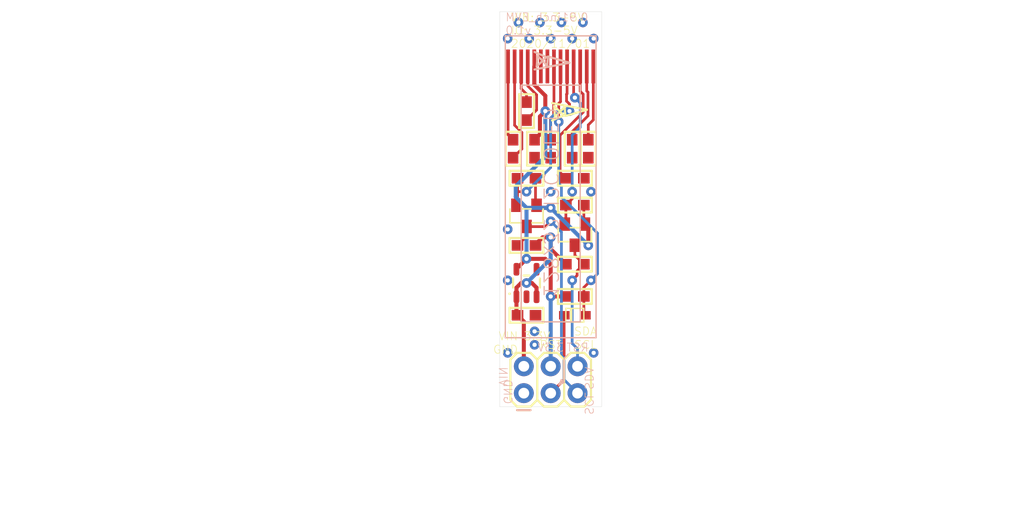
<source format=kicad_pcb>
(kicad_pcb (version 20171130) (host pcbnew "(5.1.6)-1")

  (general
    (thickness 1.6)
    (drawings 45)
    (tracks 168)
    (zones 0)
    (modules 20)
    (nets 19)
  )

  (page A4)
  (layers
    (0 Top signal)
    (31 Bottom signal)
    (32 B.Adhes user)
    (33 F.Adhes user)
    (34 B.Paste user)
    (35 F.Paste user)
    (36 B.SilkS user)
    (37 F.SilkS user)
    (38 B.Mask user)
    (39 F.Mask user)
    (40 Dwgs.User user)
    (41 Cmts.User user)
    (42 Eco1.User user)
    (43 Eco2.User user)
    (44 Edge.Cuts user)
    (45 Margin user)
    (46 B.CrtYd user)
    (47 F.CrtYd user)
    (48 B.Fab user)
    (49 F.Fab user)
  )

  (setup
    (last_trace_width 0.25)
    (trace_clearance 0.1524)
    (zone_clearance 0.508)
    (zone_45_only no)
    (trace_min 0.2)
    (via_size 0.8)
    (via_drill 0.4)
    (via_min_size 0.4)
    (via_min_drill 0.3)
    (uvia_size 0.3)
    (uvia_drill 0.1)
    (uvias_allowed no)
    (uvia_min_size 0.2)
    (uvia_min_drill 0.1)
    (edge_width 0.05)
    (segment_width 0.2)
    (pcb_text_width 0.3)
    (pcb_text_size 1.5 1.5)
    (mod_edge_width 0.12)
    (mod_text_size 1 1)
    (mod_text_width 0.15)
    (pad_size 1.524 1.524)
    (pad_drill 0.762)
    (pad_to_mask_clearance 0.05)
    (aux_axis_origin 0 0)
    (visible_elements FFFFFF7F)
    (pcbplotparams
      (layerselection 0x010fc_ffffffff)
      (usegerberextensions false)
      (usegerberattributes true)
      (usegerberadvancedattributes true)
      (creategerberjobfile true)
      (excludeedgelayer true)
      (linewidth 0.100000)
      (plotframeref false)
      (viasonmask false)
      (mode 1)
      (useauxorigin false)
      (hpglpennumber 1)
      (hpglpenspeed 20)
      (hpglpendiameter 15.000000)
      (psnegative false)
      (psa4output false)
      (plotreference true)
      (plotvalue true)
      (plotinvisibletext false)
      (padsonsilk false)
      (subtractmaskfromsilk false)
      (outputformat 1)
      (mirror false)
      (drillshape 1)
      (scaleselection 1)
      (outputdirectory ""))
  )

  (net 0 "")
  (net 1 N$1)
  (net 2 N$2)
  (net 3 N$3)
  (net 4 N$4)
  (net 5 GND)
  (net 6 N$5)
  (net 7 N$7)
  (net 8 N$6)
  (net 9 RES_3.3V)
  (net 10 3.3V)
  (net 11 SDA_5.0V)
  (net 12 SCL_5.0V)
  (net 13 RES_5.0V)
  (net 14 SDA_3.3V)
  (net 15 SCL_3.3V)
  (net 16 VIN)
  (net 17 N$8)
  (net 18 VBREF)

  (net_class Default "This is the default net class."
    (clearance 0.1524)
    (trace_width 0.25)
    (via_dia 0.8)
    (via_drill 0.4)
    (uvia_dia 0.3)
    (uvia_drill 0.1)
    (add_net 3.3V)
    (add_net GND)
    (add_net N$1)
    (add_net N$2)
    (add_net N$3)
    (add_net N$4)
    (add_net N$5)
    (add_net N$6)
    (add_net N$7)
    (add_net N$8)
    (add_net RES_3.3V)
    (add_net RES_5.0V)
    (add_net SCL_3.3V)
    (add_net SCL_5.0V)
    (add_net SDA_3.3V)
    (add_net SDA_5.0V)
    (add_net VBREF)
    (add_net VIN)
  )

  (module 0603 (layer Top) (tedit 0) (tstamp 5F9EE3E5)
    (at 144.9451 99.2886 90)
    (descr "0603 (1608 Metric)")
    (fp_text reference C1 (at 1.778 0.127 90) (layer F.SilkS) hide
      (effects (font (size 0.77216 0.77216) (thickness 0.146304)) (justify left bottom))
    )
    (fp_text value 1uF (at 1.778 0.762 90) (layer F.Fab) hide
      (effects (font (size 0.38608 0.38608) (thickness 0.04064)) (justify left bottom))
    )
    (fp_poly (pts (xy -0.1999 0.3) (xy 0.1999 0.3) (xy 0.1999 -0.3) (xy -0.1999 -0.3)) (layer F.Adhes) (width 0))
    (fp_poly (pts (xy 0.3302 0.4699) (xy 0.8303 0.4699) (xy 0.8303 -0.4801) (xy 0.3302 -0.4801)) (layer F.Fab) (width 0))
    (fp_poly (pts (xy -0.8382 0.4699) (xy -0.3381 0.4699) (xy -0.3381 -0.4801) (xy -0.8382 -0.4801)) (layer F.Fab) (width 0))
    (fp_line (start -1.6 0.7) (end -1.6 -0.7) (layer F.SilkS) (width 0.2032))
    (fp_line (start 1.6 0.7) (end -1.6 0.7) (layer F.SilkS) (width 0.2032))
    (fp_line (start 1.6 -0.7) (end 1.6 0.7) (layer F.SilkS) (width 0.2032))
    (fp_line (start -1.6 -0.7) (end 1.6 -0.7) (layer F.SilkS) (width 0.2032))
    (fp_line (start -0.356 0.419) (end 0.356 0.419) (layer F.Fab) (width 0.1016))
    (fp_line (start -0.356 -0.432) (end 0.356 -0.432) (layer F.Fab) (width 0.1016))
    (fp_line (start -1.473 0.729) (end -1.473 -0.729) (layer Dwgs.User) (width 0.0508))
    (fp_line (start 1.473 0.729) (end -1.473 0.729) (layer Dwgs.User) (width 0.0508))
    (fp_line (start 1.473 -0.729) (end 1.473 0.729) (layer Dwgs.User) (width 0.0508))
    (fp_line (start -1.473 -0.729) (end 1.473 -0.729) (layer Dwgs.User) (width 0.0508))
    (pad 2 smd rect (at 0.85 0 90) (size 1.1 1) (layers Top F.Paste F.Mask)
      (net 1 N$1) (solder_mask_margin 0.0762))
    (pad 1 smd rect (at -0.85 0 90) (size 1.1 1) (layers Top F.Paste F.Mask)
      (net 2 N$2) (solder_mask_margin 0.0762))
  )

  (module 0603 (layer Top) (tedit 0) (tstamp 5F9EE3F7)
    (at 146.2151 95.7326 90)
    (descr "0603 (1608 Metric)")
    (fp_text reference C2 (at 1.778 0.127 90) (layer F.SilkS) hide
      (effects (font (size 0.77216 0.77216) (thickness 0.146304)) (justify left bottom))
    )
    (fp_text value 1uF (at 1.778 0.762 90) (layer F.Fab) hide
      (effects (font (size 0.38608 0.38608) (thickness 0.04064)) (justify left bottom))
    )
    (fp_poly (pts (xy -0.1999 0.3) (xy 0.1999 0.3) (xy 0.1999 -0.3) (xy -0.1999 -0.3)) (layer F.Adhes) (width 0))
    (fp_poly (pts (xy 0.3302 0.4699) (xy 0.8303 0.4699) (xy 0.8303 -0.4801) (xy 0.3302 -0.4801)) (layer F.Fab) (width 0))
    (fp_poly (pts (xy -0.8382 0.4699) (xy -0.3381 0.4699) (xy -0.3381 -0.4801) (xy -0.8382 -0.4801)) (layer F.Fab) (width 0))
    (fp_line (start -1.6 0.7) (end -1.6 -0.7) (layer F.SilkS) (width 0.2032))
    (fp_line (start 1.6 0.7) (end -1.6 0.7) (layer F.SilkS) (width 0.2032))
    (fp_line (start 1.6 -0.7) (end 1.6 0.7) (layer F.SilkS) (width 0.2032))
    (fp_line (start -1.6 -0.7) (end 1.6 -0.7) (layer F.SilkS) (width 0.2032))
    (fp_line (start -0.356 0.419) (end 0.356 0.419) (layer F.Fab) (width 0.1016))
    (fp_line (start -0.356 -0.432) (end 0.356 -0.432) (layer F.Fab) (width 0.1016))
    (fp_line (start -1.473 0.729) (end -1.473 -0.729) (layer Dwgs.User) (width 0.0508))
    (fp_line (start 1.473 0.729) (end -1.473 0.729) (layer Dwgs.User) (width 0.0508))
    (fp_line (start 1.473 -0.729) (end 1.473 0.729) (layer Dwgs.User) (width 0.0508))
    (fp_line (start -1.473 -0.729) (end 1.473 -0.729) (layer Dwgs.User) (width 0.0508))
    (pad 2 smd rect (at 0.85 0 90) (size 1.1 1) (layers Top F.Paste F.Mask)
      (net 3 N$3) (solder_mask_margin 0.0762))
    (pad 1 smd rect (at -0.85 0 90) (size 1.1 1) (layers Top F.Paste F.Mask)
      (net 4 N$4) (solder_mask_margin 0.0762))
  )

  (module 0603 (layer Top) (tedit 0) (tstamp 5F9EE409)
    (at 146.9771 99.2886 90)
    (descr "0603 (1608 Metric)")
    (fp_text reference C3 (at 1.778 0.127 90) (layer F.SilkS) hide
      (effects (font (size 0.77216 0.77216) (thickness 0.146304)) (justify left bottom))
    )
    (fp_text value 1uF (at 1.778 0.762 90) (layer F.Fab) hide
      (effects (font (size 0.38608 0.38608) (thickness 0.04064)) (justify left bottom))
    )
    (fp_poly (pts (xy -0.1999 0.3) (xy 0.1999 0.3) (xy 0.1999 -0.3) (xy -0.1999 -0.3)) (layer F.Adhes) (width 0))
    (fp_poly (pts (xy 0.3302 0.4699) (xy 0.8303 0.4699) (xy 0.8303 -0.4801) (xy 0.3302 -0.4801)) (layer F.Fab) (width 0))
    (fp_poly (pts (xy -0.8382 0.4699) (xy -0.3381 0.4699) (xy -0.3381 -0.4801) (xy -0.8382 -0.4801)) (layer F.Fab) (width 0))
    (fp_line (start -1.6 0.7) (end -1.6 -0.7) (layer F.SilkS) (width 0.2032))
    (fp_line (start 1.6 0.7) (end -1.6 0.7) (layer F.SilkS) (width 0.2032))
    (fp_line (start 1.6 -0.7) (end 1.6 0.7) (layer F.SilkS) (width 0.2032))
    (fp_line (start -1.6 -0.7) (end 1.6 -0.7) (layer F.SilkS) (width 0.2032))
    (fp_line (start -0.356 0.419) (end 0.356 0.419) (layer F.Fab) (width 0.1016))
    (fp_line (start -0.356 -0.432) (end 0.356 -0.432) (layer F.Fab) (width 0.1016))
    (fp_line (start -1.473 0.729) (end -1.473 -0.729) (layer Dwgs.User) (width 0.0508))
    (fp_line (start 1.473 0.729) (end -1.473 0.729) (layer Dwgs.User) (width 0.0508))
    (fp_line (start 1.473 -0.729) (end 1.473 0.729) (layer Dwgs.User) (width 0.0508))
    (fp_line (start -1.473 -0.729) (end 1.473 -0.729) (layer Dwgs.User) (width 0.0508))
    (pad 2 smd rect (at 0.85 0 90) (size 1.1 1) (layers Top F.Paste F.Mask)
      (net 10 3.3V) (solder_mask_margin 0.0762))
    (pad 1 smd rect (at -0.85 0 90) (size 1.1 1) (layers Top F.Paste F.Mask)
      (net 5 GND) (solder_mask_margin 0.0762))
  )

  (module 0603 (layer Top) (tedit 0) (tstamp 5F9EE41B)
    (at 148.5011 99.2886 90)
    (descr "0603 (1608 Metric)")
    (fp_text reference C4 (at 1.778 0.127 90) (layer F.SilkS) hide
      (effects (font (size 0.77216 0.77216) (thickness 0.146304)) (justify left bottom))
    )
    (fp_text value 1uF (at 1.778 0.762 90) (layer F.Fab) hide
      (effects (font (size 0.38608 0.38608) (thickness 0.04064)) (justify left bottom))
    )
    (fp_poly (pts (xy -0.1999 0.3) (xy 0.1999 0.3) (xy 0.1999 -0.3) (xy -0.1999 -0.3)) (layer F.Adhes) (width 0))
    (fp_poly (pts (xy 0.3302 0.4699) (xy 0.8303 0.4699) (xy 0.8303 -0.4801) (xy 0.3302 -0.4801)) (layer F.Fab) (width 0))
    (fp_poly (pts (xy -0.8382 0.4699) (xy -0.3381 0.4699) (xy -0.3381 -0.4801) (xy -0.8382 -0.4801)) (layer F.Fab) (width 0))
    (fp_line (start -1.6 0.7) (end -1.6 -0.7) (layer F.SilkS) (width 0.2032))
    (fp_line (start 1.6 0.7) (end -1.6 0.7) (layer F.SilkS) (width 0.2032))
    (fp_line (start 1.6 -0.7) (end 1.6 0.7) (layer F.SilkS) (width 0.2032))
    (fp_line (start -1.6 -0.7) (end 1.6 -0.7) (layer F.SilkS) (width 0.2032))
    (fp_line (start -0.356 0.419) (end 0.356 0.419) (layer F.Fab) (width 0.1016))
    (fp_line (start -0.356 -0.432) (end 0.356 -0.432) (layer F.Fab) (width 0.1016))
    (fp_line (start -1.473 0.729) (end -1.473 -0.729) (layer Dwgs.User) (width 0.0508))
    (fp_line (start 1.473 0.729) (end -1.473 0.729) (layer Dwgs.User) (width 0.0508))
    (fp_line (start 1.473 -0.729) (end 1.473 0.729) (layer Dwgs.User) (width 0.0508))
    (fp_line (start -1.473 -0.729) (end 1.473 -0.729) (layer Dwgs.User) (width 0.0508))
    (pad 2 smd rect (at 0.85 0 90) (size 1.1 1) (layers Top F.Paste F.Mask)
      (net 17 N$8) (solder_mask_margin 0.0762))
    (pad 1 smd rect (at -0.85 0 90) (size 1.1 1) (layers Top F.Paste F.Mask)
      (net 5 GND) (solder_mask_margin 0.0762))
  )

  (module 0603 (layer Top) (tedit 0) (tstamp 5F9EE42D)
    (at 152.0571 99.2886 90)
    (descr "0603 (1608 Metric)")
    (fp_text reference C5 (at 1.778 0.127 90) (layer F.SilkS) hide
      (effects (font (size 0.77216 0.77216) (thickness 0.146304)) (justify left bottom))
    )
    (fp_text value 10uF (at 1.778 0.762 90) (layer F.Fab) hide
      (effects (font (size 0.38608 0.38608) (thickness 0.04064)) (justify left bottom))
    )
    (fp_poly (pts (xy -0.1999 0.3) (xy 0.1999 0.3) (xy 0.1999 -0.3) (xy -0.1999 -0.3)) (layer F.Adhes) (width 0))
    (fp_poly (pts (xy 0.3302 0.4699) (xy 0.8303 0.4699) (xy 0.8303 -0.4801) (xy 0.3302 -0.4801)) (layer F.Fab) (width 0))
    (fp_poly (pts (xy -0.8382 0.4699) (xy -0.3381 0.4699) (xy -0.3381 -0.4801) (xy -0.8382 -0.4801)) (layer F.Fab) (width 0))
    (fp_line (start -1.6 0.7) (end -1.6 -0.7) (layer F.SilkS) (width 0.2032))
    (fp_line (start 1.6 0.7) (end -1.6 0.7) (layer F.SilkS) (width 0.2032))
    (fp_line (start 1.6 -0.7) (end 1.6 0.7) (layer F.SilkS) (width 0.2032))
    (fp_line (start -1.6 -0.7) (end 1.6 -0.7) (layer F.SilkS) (width 0.2032))
    (fp_line (start -0.356 0.419) (end 0.356 0.419) (layer F.Fab) (width 0.1016))
    (fp_line (start -0.356 -0.432) (end 0.356 -0.432) (layer F.Fab) (width 0.1016))
    (fp_line (start -1.473 0.729) (end -1.473 -0.729) (layer Dwgs.User) (width 0.0508))
    (fp_line (start 1.473 0.729) (end -1.473 0.729) (layer Dwgs.User) (width 0.0508))
    (fp_line (start 1.473 -0.729) (end 1.473 0.729) (layer Dwgs.User) (width 0.0508))
    (fp_line (start -1.473 -0.729) (end 1.473 -0.729) (layer Dwgs.User) (width 0.0508))
    (pad 2 smd rect (at 0.85 0 90) (size 1.1 1) (layers Top F.Paste F.Mask)
      (net 8 N$6) (solder_mask_margin 0.0762))
    (pad 1 smd rect (at -0.85 0 90) (size 1.1 1) (layers Top F.Paste F.Mask)
      (net 5 GND) (solder_mask_margin 0.0762))
  )

  (module 0603 (layer Top) (tedit 0) (tstamp 5F9EE43F)
    (at 150.5331 99.2886 90)
    (descr "0603 (1608 Metric)")
    (fp_text reference C6 (at 1.778 0.127 90) (layer F.SilkS) hide
      (effects (font (size 0.77216 0.77216) (thickness 0.146304)) (justify left bottom))
    )
    (fp_text value 10uF (at 1.778 0.762 90) (layer F.Fab) hide
      (effects (font (size 0.38608 0.38608) (thickness 0.04064)) (justify left bottom))
    )
    (fp_poly (pts (xy -0.1999 0.3) (xy 0.1999 0.3) (xy 0.1999 -0.3) (xy -0.1999 -0.3)) (layer F.Adhes) (width 0))
    (fp_poly (pts (xy 0.3302 0.4699) (xy 0.8303 0.4699) (xy 0.8303 -0.4801) (xy 0.3302 -0.4801)) (layer F.Fab) (width 0))
    (fp_poly (pts (xy -0.8382 0.4699) (xy -0.3381 0.4699) (xy -0.3381 -0.4801) (xy -0.8382 -0.4801)) (layer F.Fab) (width 0))
    (fp_line (start -1.6 0.7) (end -1.6 -0.7) (layer F.SilkS) (width 0.2032))
    (fp_line (start 1.6 0.7) (end -1.6 0.7) (layer F.SilkS) (width 0.2032))
    (fp_line (start 1.6 -0.7) (end 1.6 0.7) (layer F.SilkS) (width 0.2032))
    (fp_line (start -1.6 -0.7) (end 1.6 -0.7) (layer F.SilkS) (width 0.2032))
    (fp_line (start -0.356 0.419) (end 0.356 0.419) (layer F.Fab) (width 0.1016))
    (fp_line (start -0.356 -0.432) (end 0.356 -0.432) (layer F.Fab) (width 0.1016))
    (fp_line (start -1.473 0.729) (end -1.473 -0.729) (layer Dwgs.User) (width 0.0508))
    (fp_line (start 1.473 0.729) (end -1.473 0.729) (layer Dwgs.User) (width 0.0508))
    (fp_line (start 1.473 -0.729) (end 1.473 0.729) (layer Dwgs.User) (width 0.0508))
    (fp_line (start -1.473 -0.729) (end 1.473 -0.729) (layer Dwgs.User) (width 0.0508))
    (pad 2 smd rect (at 0.85 0 90) (size 1.1 1) (layers Top F.Paste F.Mask)
      (net 6 N$5) (solder_mask_margin 0.0762))
    (pad 1 smd rect (at -0.85 0 90) (size 1.1 1) (layers Top F.Paste F.Mask)
      (net 5 GND) (solder_mask_margin 0.0762))
  )

  (module 0603 (layer Top) (tedit 0) (tstamp 5F9EE451)
    (at 150.7871 102.0826 180)
    (descr "0603 (1608 Metric)")
    (fp_text reference R3 (at 1.778 0.127 180) (layer F.SilkS) hide
      (effects (font (size 0.77216 0.77216) (thickness 0.146304)) (justify right top))
    )
    (fp_text value 390K (at 1.778 0.762 180) (layer F.Fab) hide
      (effects (font (size 0.38608 0.38608) (thickness 0.04064)) (justify right top))
    )
    (fp_poly (pts (xy -0.1999 0.3) (xy 0.1999 0.3) (xy 0.1999 -0.3) (xy -0.1999 -0.3)) (layer F.Adhes) (width 0))
    (fp_poly (pts (xy 0.3302 0.4699) (xy 0.8303 0.4699) (xy 0.8303 -0.4801) (xy 0.3302 -0.4801)) (layer F.Fab) (width 0))
    (fp_poly (pts (xy -0.8382 0.4699) (xy -0.3381 0.4699) (xy -0.3381 -0.4801) (xy -0.8382 -0.4801)) (layer F.Fab) (width 0))
    (fp_line (start -1.6 0.7) (end -1.6 -0.7) (layer F.SilkS) (width 0.2032))
    (fp_line (start 1.6 0.7) (end -1.6 0.7) (layer F.SilkS) (width 0.2032))
    (fp_line (start 1.6 -0.7) (end 1.6 0.7) (layer F.SilkS) (width 0.2032))
    (fp_line (start -1.6 -0.7) (end 1.6 -0.7) (layer F.SilkS) (width 0.2032))
    (fp_line (start -0.356 0.419) (end 0.356 0.419) (layer F.Fab) (width 0.1016))
    (fp_line (start -0.356 -0.432) (end 0.356 -0.432) (layer F.Fab) (width 0.1016))
    (fp_line (start -1.473 0.729) (end -1.473 -0.729) (layer Dwgs.User) (width 0.0508))
    (fp_line (start 1.473 0.729) (end -1.473 0.729) (layer Dwgs.User) (width 0.0508))
    (fp_line (start 1.473 -0.729) (end 1.473 0.729) (layer Dwgs.User) (width 0.0508))
    (fp_line (start -1.473 -0.729) (end 1.473 -0.729) (layer Dwgs.User) (width 0.0508))
    (pad 2 smd rect (at 0.85 0 180) (size 1.1 1) (layers Top F.Paste F.Mask)
      (net 7 N$7) (solder_mask_margin 0.0762))
    (pad 1 smd rect (at -0.85 0 180) (size 1.1 1) (layers Top F.Paste F.Mask)
      (net 5 GND) (solder_mask_margin 0.0762))
  )

  (module 0603 (layer Top) (tedit 0) (tstamp 5F9EE463)
    (at 150.7871 104.6226)
    (descr "0603 (1608 Metric)")
    (fp_text reference R4 (at 1.778 0.127) (layer F.SilkS) hide
      (effects (font (size 0.77216 0.77216) (thickness 0.146304)) (justify left bottom))
    )
    (fp_text value 10K (at 1.778 0.762) (layer F.Fab) hide
      (effects (font (size 0.38608 0.38608) (thickness 0.04064)) (justify left bottom))
    )
    (fp_poly (pts (xy -0.1999 0.3) (xy 0.1999 0.3) (xy 0.1999 -0.3) (xy -0.1999 -0.3)) (layer F.Adhes) (width 0))
    (fp_poly (pts (xy 0.3302 0.4699) (xy 0.8303 0.4699) (xy 0.8303 -0.4801) (xy 0.3302 -0.4801)) (layer F.Fab) (width 0))
    (fp_poly (pts (xy -0.8382 0.4699) (xy -0.3381 0.4699) (xy -0.3381 -0.4801) (xy -0.8382 -0.4801)) (layer F.Fab) (width 0))
    (fp_line (start -1.6 0.7) (end -1.6 -0.7) (layer F.SilkS) (width 0.2032))
    (fp_line (start 1.6 0.7) (end -1.6 0.7) (layer F.SilkS) (width 0.2032))
    (fp_line (start 1.6 -0.7) (end 1.6 0.7) (layer F.SilkS) (width 0.2032))
    (fp_line (start -1.6 -0.7) (end 1.6 -0.7) (layer F.SilkS) (width 0.2032))
    (fp_line (start -0.356 0.419) (end 0.356 0.419) (layer F.Fab) (width 0.1016))
    (fp_line (start -0.356 -0.432) (end 0.356 -0.432) (layer F.Fab) (width 0.1016))
    (fp_line (start -1.473 0.729) (end -1.473 -0.729) (layer Dwgs.User) (width 0.0508))
    (fp_line (start 1.473 0.729) (end -1.473 0.729) (layer Dwgs.User) (width 0.0508))
    (fp_line (start 1.473 -0.729) (end 1.473 0.729) (layer Dwgs.User) (width 0.0508))
    (fp_line (start -1.473 -0.729) (end 1.473 -0.729) (layer Dwgs.User) (width 0.0508))
    (pad 2 smd rect (at 0.85 0) (size 1.1 1) (layers Top F.Paste F.Mask)
      (net 10 3.3V) (solder_mask_margin 0.0762))
    (pad 1 smd rect (at -0.85 0) (size 1.1 1) (layers Top F.Paste F.Mask)
      (net 14 SDA_3.3V) (solder_mask_margin 0.0762))
  )

  (module 0603 (layer Top) (tedit 0) (tstamp 5F9EE475)
    (at 146.2151 102.0826)
    (descr "0603 (1608 Metric)")
    (fp_text reference R7 (at 1.778 0.127) (layer F.SilkS) hide
      (effects (font (size 0.77216 0.77216) (thickness 0.146304)) (justify left bottom))
    )
    (fp_text value 10K (at 1.778 0.762) (layer F.Fab) hide
      (effects (font (size 0.38608 0.38608) (thickness 0.04064)) (justify left bottom))
    )
    (fp_poly (pts (xy -0.1999 0.3) (xy 0.1999 0.3) (xy 0.1999 -0.3) (xy -0.1999 -0.3)) (layer F.Adhes) (width 0))
    (fp_poly (pts (xy 0.3302 0.4699) (xy 0.8303 0.4699) (xy 0.8303 -0.4801) (xy 0.3302 -0.4801)) (layer F.Fab) (width 0))
    (fp_poly (pts (xy -0.8382 0.4699) (xy -0.3381 0.4699) (xy -0.3381 -0.4801) (xy -0.8382 -0.4801)) (layer F.Fab) (width 0))
    (fp_line (start -1.6 0.7) (end -1.6 -0.7) (layer F.SilkS) (width 0.2032))
    (fp_line (start 1.6 0.7) (end -1.6 0.7) (layer F.SilkS) (width 0.2032))
    (fp_line (start 1.6 -0.7) (end 1.6 0.7) (layer F.SilkS) (width 0.2032))
    (fp_line (start -1.6 -0.7) (end 1.6 -0.7) (layer F.SilkS) (width 0.2032))
    (fp_line (start -0.356 0.419) (end 0.356 0.419) (layer F.Fab) (width 0.1016))
    (fp_line (start -0.356 -0.432) (end 0.356 -0.432) (layer F.Fab) (width 0.1016))
    (fp_line (start -1.473 0.729) (end -1.473 -0.729) (layer Dwgs.User) (width 0.0508))
    (fp_line (start 1.473 0.729) (end -1.473 0.729) (layer Dwgs.User) (width 0.0508))
    (fp_line (start 1.473 -0.729) (end 1.473 0.729) (layer Dwgs.User) (width 0.0508))
    (fp_line (start -1.473 -0.729) (end 1.473 -0.729) (layer Dwgs.User) (width 0.0508))
    (pad 2 smd rect (at 0.85 0) (size 1.1 1) (layers Top F.Paste F.Mask)
      (net 10 3.3V) (solder_mask_margin 0.0762))
    (pad 1 smd rect (at -0.85 0) (size 1.1 1) (layers Top F.Paste F.Mask)
      (net 15 SCL_3.3V) (solder_mask_margin 0.0762))
  )

  (module 0603 (layer Top) (tedit 0) (tstamp 5F9EE487)
    (at 150.7871 110.2106 180)
    (descr "0603 (1608 Metric)")
    (fp_text reference R8 (at 1.778 0.127 180) (layer F.SilkS) hide
      (effects (font (size 0.77216 0.77216) (thickness 0.146304)) (justify right top))
    )
    (fp_text value 10K (at 1.778 0.762 180) (layer F.Fab) hide
      (effects (font (size 0.38608 0.38608) (thickness 0.04064)) (justify right top))
    )
    (fp_poly (pts (xy -0.1999 0.3) (xy 0.1999 0.3) (xy 0.1999 -0.3) (xy -0.1999 -0.3)) (layer F.Adhes) (width 0))
    (fp_poly (pts (xy 0.3302 0.4699) (xy 0.8303 0.4699) (xy 0.8303 -0.4801) (xy 0.3302 -0.4801)) (layer F.Fab) (width 0))
    (fp_poly (pts (xy -0.8382 0.4699) (xy -0.3381 0.4699) (xy -0.3381 -0.4801) (xy -0.8382 -0.4801)) (layer F.Fab) (width 0))
    (fp_line (start -1.6 0.7) (end -1.6 -0.7) (layer F.SilkS) (width 0.2032))
    (fp_line (start 1.6 0.7) (end -1.6 0.7) (layer F.SilkS) (width 0.2032))
    (fp_line (start 1.6 -0.7) (end 1.6 0.7) (layer F.SilkS) (width 0.2032))
    (fp_line (start -1.6 -0.7) (end 1.6 -0.7) (layer F.SilkS) (width 0.2032))
    (fp_line (start -0.356 0.419) (end 0.356 0.419) (layer F.Fab) (width 0.1016))
    (fp_line (start -0.356 -0.432) (end 0.356 -0.432) (layer F.Fab) (width 0.1016))
    (fp_line (start -1.473 0.729) (end -1.473 -0.729) (layer Dwgs.User) (width 0.0508))
    (fp_line (start 1.473 0.729) (end -1.473 0.729) (layer Dwgs.User) (width 0.0508))
    (fp_line (start 1.473 -0.729) (end 1.473 0.729) (layer Dwgs.User) (width 0.0508))
    (fp_line (start -1.473 -0.729) (end 1.473 -0.729) (layer Dwgs.User) (width 0.0508))
    (pad 2 smd rect (at 0.85 0 180) (size 1.1 1) (layers Top F.Paste F.Mask)
      (net 16 VIN) (solder_mask_margin 0.0762))
    (pad 1 smd rect (at -0.85 0 180) (size 1.1 1) (layers Top F.Paste F.Mask)
      (net 11 SDA_5.0V) (solder_mask_margin 0.0762))
  )

  (module 0603 (layer Top) (tedit 0) (tstamp 5F9EE499)
    (at 146.2151 108.4326)
    (descr "0603 (1608 Metric)")
    (fp_text reference R9 (at 1.778 0.127) (layer F.SilkS) hide
      (effects (font (size 0.77216 0.77216) (thickness 0.146304)) (justify left bottom))
    )
    (fp_text value 10K (at 1.778 0.762) (layer F.Fab) hide
      (effects (font (size 0.38608 0.38608) (thickness 0.04064)) (justify left bottom))
    )
    (fp_poly (pts (xy -0.1999 0.3) (xy 0.1999 0.3) (xy 0.1999 -0.3) (xy -0.1999 -0.3)) (layer F.Adhes) (width 0))
    (fp_poly (pts (xy 0.3302 0.4699) (xy 0.8303 0.4699) (xy 0.8303 -0.4801) (xy 0.3302 -0.4801)) (layer F.Fab) (width 0))
    (fp_poly (pts (xy -0.8382 0.4699) (xy -0.3381 0.4699) (xy -0.3381 -0.4801) (xy -0.8382 -0.4801)) (layer F.Fab) (width 0))
    (fp_line (start -1.6 0.7) (end -1.6 -0.7) (layer F.SilkS) (width 0.2032))
    (fp_line (start 1.6 0.7) (end -1.6 0.7) (layer F.SilkS) (width 0.2032))
    (fp_line (start 1.6 -0.7) (end 1.6 0.7) (layer F.SilkS) (width 0.2032))
    (fp_line (start -1.6 -0.7) (end 1.6 -0.7) (layer F.SilkS) (width 0.2032))
    (fp_line (start -0.356 0.419) (end 0.356 0.419) (layer F.Fab) (width 0.1016))
    (fp_line (start -0.356 -0.432) (end 0.356 -0.432) (layer F.Fab) (width 0.1016))
    (fp_line (start -1.473 0.729) (end -1.473 -0.729) (layer Dwgs.User) (width 0.0508))
    (fp_line (start 1.473 0.729) (end -1.473 0.729) (layer Dwgs.User) (width 0.0508))
    (fp_line (start 1.473 -0.729) (end 1.473 0.729) (layer Dwgs.User) (width 0.0508))
    (fp_line (start -1.473 -0.729) (end 1.473 -0.729) (layer Dwgs.User) (width 0.0508))
    (pad 2 smd rect (at 0.85 0) (size 1.1 1) (layers Top F.Paste F.Mask)
      (net 16 VIN) (solder_mask_margin 0.0762))
    (pad 1 smd rect (at -0.85 0) (size 1.1 1) (layers Top F.Paste F.Mask)
      (net 12 SCL_5.0V) (solder_mask_margin 0.0762))
  )

  (module 0603 (layer Top) (tedit 0) (tstamp 5F9EE4AB)
    (at 146.2151 115.0366)
    (descr "0603 (1608 Metric)")
    (fp_text reference C7 (at 1.778 0.127) (layer F.SilkS) hide
      (effects (font (size 0.77216 0.77216) (thickness 0.146304)) (justify left bottom))
    )
    (fp_text value 10uF (at 1.778 0.762) (layer F.Fab) hide
      (effects (font (size 0.38608 0.38608) (thickness 0.04064)) (justify left bottom))
    )
    (fp_poly (pts (xy -0.1999 0.3) (xy 0.1999 0.3) (xy 0.1999 -0.3) (xy -0.1999 -0.3)) (layer F.Adhes) (width 0))
    (fp_poly (pts (xy 0.3302 0.4699) (xy 0.8303 0.4699) (xy 0.8303 -0.4801) (xy 0.3302 -0.4801)) (layer F.Fab) (width 0))
    (fp_poly (pts (xy -0.8382 0.4699) (xy -0.3381 0.4699) (xy -0.3381 -0.4801) (xy -0.8382 -0.4801)) (layer F.Fab) (width 0))
    (fp_line (start -1.6 0.7) (end -1.6 -0.7) (layer F.SilkS) (width 0.2032))
    (fp_line (start 1.6 0.7) (end -1.6 0.7) (layer F.SilkS) (width 0.2032))
    (fp_line (start 1.6 -0.7) (end 1.6 0.7) (layer F.SilkS) (width 0.2032))
    (fp_line (start -1.6 -0.7) (end 1.6 -0.7) (layer F.SilkS) (width 0.2032))
    (fp_line (start -0.356 0.419) (end 0.356 0.419) (layer F.Fab) (width 0.1016))
    (fp_line (start -0.356 -0.432) (end 0.356 -0.432) (layer F.Fab) (width 0.1016))
    (fp_line (start -1.473 0.729) (end -1.473 -0.729) (layer Dwgs.User) (width 0.0508))
    (fp_line (start 1.473 0.729) (end -1.473 0.729) (layer Dwgs.User) (width 0.0508))
    (fp_line (start 1.473 -0.729) (end 1.473 0.729) (layer Dwgs.User) (width 0.0508))
    (fp_line (start -1.473 -0.729) (end 1.473 -0.729) (layer Dwgs.User) (width 0.0508))
    (pad 2 smd rect (at 0.85 0) (size 1.1 1) (layers Top F.Paste F.Mask)
      (net 5 GND) (solder_mask_margin 0.0762))
    (pad 1 smd rect (at -0.85 0) (size 1.1 1) (layers Top F.Paste F.Mask)
      (net 16 VIN) (solder_mask_margin 0.0762))
  )

  (module 0603 (layer Top) (tedit 0) (tstamp 5F9EE4BD)
    (at 150.7871 113.2586 180)
    (descr "0603 (1608 Metric)")
    (fp_text reference R5 (at 1.778 0.127 180) (layer F.SilkS) hide
      (effects (font (size 0.77216 0.77216) (thickness 0.146304)) (justify right top))
    )
    (fp_text value 10K (at 1.778 0.762 180) (layer F.Fab) hide
      (effects (font (size 0.38608 0.38608) (thickness 0.04064)) (justify right top))
    )
    (fp_poly (pts (xy -0.1999 0.3) (xy 0.1999 0.3) (xy 0.1999 -0.3) (xy -0.1999 -0.3)) (layer F.Adhes) (width 0))
    (fp_poly (pts (xy 0.3302 0.4699) (xy 0.8303 0.4699) (xy 0.8303 -0.4801) (xy 0.3302 -0.4801)) (layer F.Fab) (width 0))
    (fp_poly (pts (xy -0.8382 0.4699) (xy -0.3381 0.4699) (xy -0.3381 -0.4801) (xy -0.8382 -0.4801)) (layer F.Fab) (width 0))
    (fp_line (start -1.6 0.7) (end -1.6 -0.7) (layer F.SilkS) (width 0.2032))
    (fp_line (start 1.6 0.7) (end -1.6 0.7) (layer F.SilkS) (width 0.2032))
    (fp_line (start 1.6 -0.7) (end 1.6 0.7) (layer F.SilkS) (width 0.2032))
    (fp_line (start -1.6 -0.7) (end 1.6 -0.7) (layer F.SilkS) (width 0.2032))
    (fp_line (start -0.356 0.419) (end 0.356 0.419) (layer F.Fab) (width 0.1016))
    (fp_line (start -0.356 -0.432) (end 0.356 -0.432) (layer F.Fab) (width 0.1016))
    (fp_line (start -1.473 0.729) (end -1.473 -0.729) (layer Dwgs.User) (width 0.0508))
    (fp_line (start 1.473 0.729) (end -1.473 0.729) (layer Dwgs.User) (width 0.0508))
    (fp_line (start 1.473 -0.729) (end 1.473 0.729) (layer Dwgs.User) (width 0.0508))
    (fp_line (start -1.473 -0.729) (end 1.473 -0.729) (layer Dwgs.User) (width 0.0508))
    (pad 2 smd rect (at 0.85 0 180) (size 1.1 1) (layers Top F.Paste F.Mask)
      (net 10 3.3V) (solder_mask_margin 0.0762))
    (pad 1 smd rect (at -0.85 0 180) (size 1.1 1) (layers Top F.Paste F.Mask)
      (net 9 RES_3.3V) (solder_mask_margin 0.0762))
  )

  (module SOD-323F (layer Top) (tedit 0) (tstamp 5F9EE4CF)
    (at 150.7871 115.0366 180)
    (fp_text reference D1 (at -1.8 -0.9 180) (layer F.SilkS) hide
      (effects (font (size 0.77216 0.77216) (thickness 0.065024)) (justify right top))
    )
    (fp_text value 1N4148 (at -2.1 1.7 180) (layer F.Fab) hide
      (effects (font (size 0.77216 0.77216) (thickness 0.065024)) (justify right top))
    )
    (fp_line (start 1.2 0.2) (end 0.9 0.2) (layer F.Fab) (width 0.127))
    (fp_line (start 1.2 -0.2) (end 1.2 0.2) (layer F.Fab) (width 0.127))
    (fp_line (start 0.9 -0.2) (end 1.2 -0.2) (layer F.Fab) (width 0.127))
    (fp_line (start -1.2 0.2) (end -0.9 0.2) (layer F.Fab) (width 0.127))
    (fp_line (start -1.2 -0.2) (end -1.2 0.2) (layer F.Fab) (width 0.127))
    (fp_line (start -0.9 -0.2) (end -1.2 -0.2) (layer F.Fab) (width 0.127))
    (fp_line (start 0.3 0.6) (end 0.3 -0.6) (layer F.SilkS) (width 0.127))
    (fp_line (start 0.4 0.6) (end 0.3 0.6) (layer F.SilkS) (width 0.127))
    (fp_line (start 0.4 -0.6) (end 0.4 0.6) (layer F.SilkS) (width 0.127))
    (fp_line (start -0.85 0.65) (end -0.85 -0.65) (layer F.SilkS) (width 0.127))
    (fp_line (start 0.85 0.65) (end -0.85 0.65) (layer F.SilkS) (width 0.127))
    (fp_line (start 0.85 -0.65) (end 0.85 0.65) (layer F.SilkS) (width 0.127))
    (fp_line (start -0.85 -0.65) (end 0.85 -0.65) (layer F.SilkS) (width 0.127))
    (pad C smd rect (at 1 0 180) (size 1 0.8) (layers Top F.Paste F.Mask)
      (net 13 RES_5.0V) (solder_mask_margin 0.0762))
    (pad A smd rect (at -1 0 180) (size 1 0.8) (layers Top F.Paste F.Mask)
      (net 9 RES_3.3V) (solder_mask_margin 0.0762))
  )

  (module SOT23-WIDE (layer Top) (tedit 0) (tstamp 5F9EE4E1)
    (at 150.7871 107.4166 180)
    (fp_text reference Q1 (at 1.778 -0.254 180) (layer F.SilkS) hide
      (effects (font (size 0.77216 0.77216) (thickness 0.065024)) (justify right top))
    )
    (fp_text value BSS138 (at 1.778 0.762 180) (layer F.Fab) hide
      (effects (font (size 0.77216 0.77216) (thickness 0.065024)) (justify right top))
    )
    (fp_poly (pts (xy -1.1684 1.2954) (xy -0.7112 1.2954) (xy -0.7112 0.7112) (xy -1.1684 0.7112)) (layer F.Fab) (width 0))
    (fp_poly (pts (xy 0.7112 1.2954) (xy 1.1684 1.2954) (xy 1.1684 0.7112) (xy 0.7112 0.7112)) (layer F.Fab) (width 0))
    (fp_poly (pts (xy -0.2286 -0.7112) (xy 0.2286 -0.7112) (xy 0.2286 -1.2954) (xy -0.2286 -1.2954)) (layer F.Fab) (width 0))
    (fp_line (start 0.4224 0.6604) (end -0.4364 0.6604) (layer F.SilkS) (width 0.1524))
    (fp_line (start 0.5636 -0.6604) (end 1.5724 -0.6604) (layer F.SilkS) (width 0.1524))
    (fp_line (start 1.5724 -0.6604) (end 1.5724 0.6524) (layer F.SilkS) (width 0.1524))
    (fp_line (start -1.5724 -0.6604) (end -0.5136 -0.6604) (layer F.SilkS) (width 0.1524))
    (fp_line (start -1.5724 0.6524) (end -1.5724 -0.6604) (layer F.SilkS) (width 0.1524))
    (fp_line (start -1.5724 -0.6604) (end 1.5724 -0.6604) (layer F.Fab) (width 0.1524))
    (fp_line (start -1.5724 0.6604) (end -1.5724 -0.6604) (layer F.Fab) (width 0.1524))
    (fp_line (start 1.5724 0.6604) (end -1.5724 0.6604) (layer F.Fab) (width 0.1524))
    (fp_line (start 1.5724 -0.6604) (end 1.5724 0.6604) (layer F.Fab) (width 0.1524))
    (pad 1 smd rect (at -0.95 1 180) (size 1 1.27) (layers Top F.Paste F.Mask)
      (net 10 3.3V) (solder_mask_margin 0.0762))
    (pad 2 smd rect (at 0.95 1 180) (size 1 1.27) (layers Top F.Paste F.Mask)
      (net 14 SDA_3.3V) (solder_mask_margin 0.0762))
    (pad 3 smd rect (at 0 -1 180) (size 1 1.27) (layers Top F.Paste F.Mask)
      (net 11 SDA_5.0V) (solder_mask_margin 0.0762))
  )

  (module SOT23-WIDE (layer Top) (tedit 0) (tstamp 5F9EE4F3)
    (at 146.2151 105.6386 180)
    (fp_text reference Q2 (at 1.778 -0.254 180) (layer F.SilkS) hide
      (effects (font (size 0.77216 0.77216) (thickness 0.065024)) (justify right top))
    )
    (fp_text value BSS138 (at 1.778 0.762 180) (layer F.Fab) hide
      (effects (font (size 0.77216 0.77216) (thickness 0.065024)) (justify right top))
    )
    (fp_poly (pts (xy -1.1684 1.2954) (xy -0.7112 1.2954) (xy -0.7112 0.7112) (xy -1.1684 0.7112)) (layer F.Fab) (width 0))
    (fp_poly (pts (xy 0.7112 1.2954) (xy 1.1684 1.2954) (xy 1.1684 0.7112) (xy 0.7112 0.7112)) (layer F.Fab) (width 0))
    (fp_poly (pts (xy -0.2286 -0.7112) (xy 0.2286 -0.7112) (xy 0.2286 -1.2954) (xy -0.2286 -1.2954)) (layer F.Fab) (width 0))
    (fp_line (start 0.4224 0.6604) (end -0.4364 0.6604) (layer F.SilkS) (width 0.1524))
    (fp_line (start 0.5636 -0.6604) (end 1.5724 -0.6604) (layer F.SilkS) (width 0.1524))
    (fp_line (start 1.5724 -0.6604) (end 1.5724 0.6524) (layer F.SilkS) (width 0.1524))
    (fp_line (start -1.5724 -0.6604) (end -0.5136 -0.6604) (layer F.SilkS) (width 0.1524))
    (fp_line (start -1.5724 0.6524) (end -1.5724 -0.6604) (layer F.SilkS) (width 0.1524))
    (fp_line (start -1.5724 -0.6604) (end 1.5724 -0.6604) (layer F.Fab) (width 0.1524))
    (fp_line (start -1.5724 0.6604) (end -1.5724 -0.6604) (layer F.Fab) (width 0.1524))
    (fp_line (start 1.5724 0.6604) (end -1.5724 0.6604) (layer F.Fab) (width 0.1524))
    (fp_line (start 1.5724 -0.6604) (end 1.5724 0.6604) (layer F.Fab) (width 0.1524))
    (pad 1 smd rect (at -0.95 1 180) (size 1 1.27) (layers Top F.Paste F.Mask)
      (net 10 3.3V) (solder_mask_margin 0.0762))
    (pad 2 smd rect (at 0.95 1 180) (size 1 1.27) (layers Top F.Paste F.Mask)
      (net 15 SCL_3.3V) (solder_mask_margin 0.0762))
    (pad 3 smd rect (at 0 -1 180) (size 1 1.27) (layers Top F.Paste F.Mask)
      (net 12 SCL_5.0V) (solder_mask_margin 0.0762))
  )

  (module 0.91INCH_128X32_OLED_CH1115 (layer Bottom) (tedit 0) (tstamp 5F9EE505)
    (at 148.5011 88.6206 90)
    (fp_text reference LCD1 (at -28.6 4.6 90) (layer B.SilkS) hide
      (effects (font (size 0.9652 0.9652) (thickness 0.08128)) (justify right bottom mirror))
    )
    (fp_text value "" (at -28.6 -5.6 90) (layer B.Fab)
      (effects (font (size 0.9652 0.9652) (thickness 0.077216)) (justify right bottom mirror))
    )
    (fp_line (start -27.04 2.79) (end -27.04 -2.79) (layer B.SilkS) (width 0.127))
    (fp_line (start -4.66 2.79) (end -4.66 -2.79) (layer B.SilkS) (width 0.127))
    (fp_line (start -4.66 -2.79) (end -27.04 -2.79) (layer B.SilkS) (width 0.127))
    (fp_line (start -4.66 2.79) (end -27.04 2.79) (layer B.SilkS) (width 0.127))
    (fp_poly (pts (xy -3.088 3.855) (xy -1.288 3.855) (xy -1.288 4.205) (xy -3.088 4.205)) (layer F.Fab) (width 0))
    (fp_poly (pts (xy -3.088 3.235) (xy -1.288 3.235) (xy -1.288 3.585) (xy -3.088 3.585)) (layer F.Fab) (width 0))
    (fp_poly (pts (xy -3.088 2.615) (xy -1.288 2.615) (xy -1.288 2.965) (xy -3.088 2.965)) (layer F.Fab) (width 0))
    (fp_poly (pts (xy -3.088 1.995) (xy -1.288 1.995) (xy -1.288 2.345) (xy -3.088 2.345)) (layer F.Fab) (width 0))
    (fp_poly (pts (xy -3.088 1.375) (xy -1.288 1.375) (xy -1.288 1.725) (xy -3.088 1.725)) (layer F.Fab) (width 0))
    (fp_poly (pts (xy -3.088 0.755) (xy -1.288 0.755) (xy -1.288 1.105) (xy -3.088 1.105)) (layer F.Fab) (width 0))
    (fp_poly (pts (xy -3.088 0.135) (xy -1.288 0.135) (xy -1.288 0.485) (xy -3.088 0.485)) (layer F.Fab) (width 0))
    (fp_poly (pts (xy -3.088 -0.485) (xy -1.288 -0.485) (xy -1.288 -0.135) (xy -3.088 -0.135)) (layer F.Fab) (width 0))
    (fp_poly (pts (xy -3.088 -1.105) (xy -1.288 -1.105) (xy -1.288 -0.755) (xy -3.088 -0.755)) (layer F.Fab) (width 0))
    (fp_poly (pts (xy -3.088 -1.725) (xy -1.288 -1.725) (xy -1.288 -1.375) (xy -3.088 -1.375)) (layer F.Fab) (width 0))
    (fp_poly (pts (xy -3.088 -2.345) (xy -1.288 -2.345) (xy -1.288 -1.995) (xy -3.088 -1.995)) (layer F.Fab) (width 0))
    (fp_poly (pts (xy -3.088 -2.965) (xy -1.288 -2.965) (xy -1.288 -2.615) (xy -3.088 -2.615)) (layer F.Fab) (width 0))
    (fp_poly (pts (xy -3.088 -3.585) (xy -1.288 -3.585) (xy -1.288 -3.235) (xy -3.088 -3.235)) (layer F.Fab) (width 0))
    (fp_poly (pts (xy -3.088 -4.205) (xy -1.288 -4.205) (xy -1.288 -3.855) (xy -3.088 -3.855)) (layer F.Fab) (width 0))
    (fp_text user "PCB Edge" (at 1.95 -2.25) (layer B.Fab)
      (effects (font (size 0.57912 0.57912) (thickness 0.048768)) (justify right bottom mirror))
    )
    (fp_text user "128x32 Pixels" (at -20.1 -1.3 90) (layer B.Fab)
      (effects (font (size 0.9652 0.9652) (thickness 0.08128)) (justify right bottom mirror))
    )
    (fp_text user "Active Area 0.91\"" (at -21 0.5 90) (layer B.Fab)
      (effects (font (size 0.9652 0.9652) (thickness 0.08128)) (justify right bottom mirror))
    )
    (fp_line (start 2.25 6.75) (end 2.25 -6.75) (layer B.Fab) (width 0.127))
    (fp_line (start -28.54 4.29) (end -28.54 -4.29) (layer B.SilkS) (width 0.127))
    (fp_line (start 0 -4.29) (end -28.54 -4.29) (layer B.SilkS) (width 0.127))
    (fp_line (start 0 4.29) (end 0 -4.29) (layer B.SilkS) (width 0.127))
    (fp_line (start 0 4.29) (end -28.54 4.29) (layer B.SilkS) (width 0.127))
    (fp_line (start -27.04 2.79) (end -27.04 -2.79) (layer B.Fab) (width 0.127))
    (fp_line (start -4.66 2.79) (end -4.66 -2.79) (layer B.Fab) (width 0.127))
    (fp_line (start -4.66 -2.79) (end -27.04 -2.79) (layer B.Fab) (width 0.127))
    (fp_line (start -4.66 2.79) (end -27.04 2.79) (layer B.Fab) (width 0.127))
    (pad 14 smd rect (at -2.888 4.03 270) (size 3.2 0.35) (layers Top F.Paste F.Mask)
      (net 8 N$6) (solder_mask_margin 0.0762))
    (pad 13 smd rect (at -2.888 3.41 270) (size 3.2 0.35) (layers Top F.Paste F.Mask)
      (net 6 N$5) (solder_mask_margin 0.0762))
    (pad 12 smd rect (at -2.888 2.79 270) (size 3.2 0.35) (layers Top F.Paste F.Mask)
      (net 7 N$7) (solder_mask_margin 0.0762))
    (pad 11 smd rect (at -2.888 2.17 270) (size 3.2 0.35) (layers Top F.Paste F.Mask)
      (net 14 SDA_3.3V) (solder_mask_margin 0.0762))
    (pad 10 smd rect (at -2.888 1.55 270) (size 3.2 0.35) (layers Top F.Paste F.Mask)
      (net 15 SCL_3.3V) (solder_mask_margin 0.0762))
    (pad 9 smd rect (at -2.888 0.93 270) (size 3.2 0.35) (layers Top F.Paste F.Mask)
      (net 9 RES_3.3V) (solder_mask_margin 0.0762))
    (pad 8 smd rect (at -2.888 0.31 270) (size 3.2 0.35) (layers Top F.Paste F.Mask)
      (net 17 N$8) (solder_mask_margin 0.0762))
    (pad 7 smd rect (at -2.888 -0.31 270) (size 3.2 0.35) (layers Top F.Paste F.Mask)
      (net 5 GND) (solder_mask_margin 0.0762))
    (pad 6 smd rect (at -2.888 -0.93 270) (size 3.2 0.35) (layers Top F.Paste F.Mask)
      (net 18 VBREF) (solder_mask_margin 0.0762))
    (pad 5 smd rect (at -2.888 -1.55 270) (size 3.2 0.35) (layers Top F.Paste F.Mask)
      (net 10 3.3V) (solder_mask_margin 0.0762))
    (pad 4 smd rect (at -2.888 -2.17 270) (size 3.2 0.35) (layers Top F.Paste F.Mask)
      (net 4 N$4) (solder_mask_margin 0.0762))
    (pad 3 smd rect (at -2.888 -2.79 270) (size 3.2 0.35) (layers Top F.Paste F.Mask)
      (net 3 N$3) (solder_mask_margin 0.0762))
    (pad 2 smd rect (at -2.888 -3.41 270) (size 3.2 0.35) (layers Top F.Paste F.Mask)
      (net 2 N$2) (solder_mask_margin 0.0762))
    (pad 1 smd rect (at -2.888 -4.03 270) (size 3.2 0.35) (layers Top F.Paste F.Mask)
      (net 1 N$1) (solder_mask_margin 0.0762))
  )

  (module SOT23-5 (layer Top) (tedit 0) (tstamp 5F9EE534)
    (at 146.2151 111.9886)
    (descr "<b>Small Outline Transistor</b>")
    (fp_text reference U$6 (at -0.889 -2.159) (layer F.SilkS) hide
      (effects (font (size 0.38608 0.38608) (thickness 0.032512)) (justify left bottom))
    )
    (fp_text value "" (at -0.9525 0.1905) (layer F.Fab)
      (effects (font (size 0.38608 0.38608) (thickness 0.030886)) (justify left bottom))
    )
    (fp_poly (pts (xy -1.2 -0.85) (xy -0.7 -0.85) (xy -0.7 -1.5) (xy -1.2 -1.5)) (layer F.Fab) (width 0))
    (fp_poly (pts (xy 0.7 -0.85) (xy 1.2 -0.85) (xy 1.2 -1.5) (xy 0.7 -1.5)) (layer F.Fab) (width 0))
    (fp_poly (pts (xy 0.7 1.5) (xy 1.2 1.5) (xy 1.2 0.85) (xy 0.7 0.85)) (layer F.Fab) (width 0))
    (fp_poly (pts (xy -0.25 1.5) (xy 0.25 1.5) (xy 0.25 0.85) (xy -0.25 0.85)) (layer F.Fab) (width 0))
    (fp_poly (pts (xy -1.2 1.5) (xy -0.7 1.5) (xy -0.7 0.85) (xy -1.2 0.85)) (layer F.Fab) (width 0))
    (fp_line (start -1.4 -0.8) (end -1.4 0.8) (layer F.Fab) (width 0.1524))
    (fp_line (start 1.4 -0.8) (end 1.4 0.8) (layer F.Fab) (width 0.1524))
    (fp_line (start -0.2684 -0.7088) (end 0.2684 -0.7088) (layer F.SilkS) (width 0.2032))
    (fp_line (start -1.4 -0.8) (end 1.4 -0.8) (layer F.Fab) (width 0.1524))
    (fp_line (start -1.27 0.4294) (end -1.27 -0.4294) (layer F.SilkS) (width 0.2032))
    (fp_line (start 1.4 0.8) (end -1.4 0.8) (layer F.Fab) (width 0.1524))
    (fp_line (start 1.27 -0.4294) (end 1.27 0.4294) (layer F.SilkS) (width 0.2032))
    (fp_circle (center -1.6002 1.016) (end -1.5367 1.016) (layer F.SilkS) (width 0.127))
    (pad 5 smd roundrect (at -0.95 -1.3001) (size 0.55 1.2) (layers Top F.Paste F.Mask) (roundrect_rratio 0.33)
      (net 10 3.3V) (solder_mask_margin 0.0762))
    (pad 4 smd roundrect (at 0.95 -1.3001) (size 0.55 1.2) (layers Top F.Paste F.Mask) (roundrect_rratio 0.33)
      (solder_mask_margin 0.0762))
    (pad 3 smd roundrect (at 0.95 1.3001) (size 0.55 1.2) (layers Top F.Paste F.Mask) (roundrect_rratio 0.33)
      (net 16 VIN) (solder_mask_margin 0.0762))
    (pad 2 smd roundrect (at 0 1.3001) (size 0.55 1.2) (layers Top F.Paste F.Mask) (roundrect_rratio 0.33)
      (net 5 GND) (solder_mask_margin 0.0762))
    (pad 1 smd roundrect (at -0.95 1.3001) (size 0.55 1.2) (layers Top F.Paste F.Mask) (roundrect_rratio 0.33)
      (net 16 VIN) (solder_mask_margin 0.0762))
  )

  (module 2X3 (layer Top) (tedit 0) (tstamp 5F9EE549)
    (at 145.9611 122.4026)
    (descr "<h3>Plated Through Hole - 2x3</h3>\n<p>Specifications:\n<ul><li>Pin count:6</li>\n<li>Pin pitch:0.1\"</li>\n</ul></p>\n<p>Example device(s):\n<ul><li>CONN_03x2</li>\n</ul></p>")
    (fp_text reference J1 (at -1.27 -4.064) (layer F.SilkS) hide
      (effects (font (size 0.57912 0.57912) (thickness 0.12192)) (justify left bottom))
    )
    (fp_text value "FEMALE 2x3" (at -1.27 2.413) (layer F.Fab) hide
      (effects (font (size 0.57912 0.57912) (thickness 0.12192)) (justify left bottom))
    )
    (fp_line (start -0.635 1.605) (end 0.635 1.605) (layer B.SilkS) (width 0.2032))
    (fp_poly (pts (xy 4.826 0.254) (xy 5.334 0.254) (xy 5.334 -0.254) (xy 4.826 -0.254)) (layer F.Fab) (width 0))
    (fp_poly (pts (xy 4.826 -2.286) (xy 5.334 -2.286) (xy 5.334 -2.794) (xy 4.826 -2.794)) (layer F.Fab) (width 0))
    (fp_poly (pts (xy 2.286 0.254) (xy 2.794 0.254) (xy 2.794 -0.254) (xy 2.286 -0.254)) (layer F.Fab) (width 0))
    (fp_poly (pts (xy 2.286 -2.286) (xy 2.794 -2.286) (xy 2.794 -2.794) (xy 2.286 -2.794)) (layer F.Fab) (width 0))
    (fp_poly (pts (xy -0.254 -2.286) (xy 0.254 -2.286) (xy 0.254 -2.794) (xy -0.254 -2.794)) (layer F.Fab) (width 0))
    (fp_poly (pts (xy -0.254 0.254) (xy 0.254 0.254) (xy 0.254 -0.254) (xy -0.254 -0.254)) (layer F.Fab) (width 0))
    (fp_line (start 0.635 1.605) (end -0.635 1.605) (layer F.SilkS) (width 0.2032))
    (fp_line (start -0.635 1.27) (end 0.635 1.27) (layer F.SilkS) (width 0.2032))
    (fp_line (start 1.905 1.27) (end 3.175 1.27) (layer F.SilkS) (width 0.2032))
    (fp_line (start 4.445 1.27) (end 5.715 1.27) (layer F.SilkS) (width 0.2032))
    (fp_line (start 6.35 -3.175) (end 6.35 0.635) (layer F.SilkS) (width 0.2032))
    (fp_line (start 3.81 -3.175) (end 3.81 0.635) (layer F.SilkS) (width 0.2032))
    (fp_line (start 1.27 -3.175) (end 1.27 0.635) (layer F.SilkS) (width 0.2032))
    (fp_line (start 5.715 -3.81) (end 6.35 -3.175) (layer F.SilkS) (width 0.2032))
    (fp_line (start 4.445 -3.81) (end 5.715 -3.81) (layer F.SilkS) (width 0.2032))
    (fp_line (start 3.81 -3.175) (end 4.445 -3.81) (layer F.SilkS) (width 0.2032))
    (fp_line (start 3.175 -3.81) (end 3.81 -3.175) (layer F.SilkS) (width 0.2032))
    (fp_line (start 1.905 -3.81) (end 3.175 -3.81) (layer F.SilkS) (width 0.2032))
    (fp_line (start 1.27 -3.175) (end 1.905 -3.81) (layer F.SilkS) (width 0.2032))
    (fp_line (start 0.635 -3.81) (end 1.27 -3.175) (layer F.SilkS) (width 0.2032))
    (fp_line (start -0.635 -3.81) (end 0.635 -3.81) (layer F.SilkS) (width 0.2032))
    (fp_line (start -1.27 -3.175) (end -0.635 -3.81) (layer F.SilkS) (width 0.2032))
    (fp_line (start -1.27 0.635) (end -1.27 -3.175) (layer F.SilkS) (width 0.2032))
    (fp_line (start 5.715 1.27) (end 6.35 0.635) (layer F.SilkS) (width 0.2032))
    (fp_line (start 3.81 0.635) (end 4.445 1.27) (layer F.SilkS) (width 0.2032))
    (fp_line (start 3.175 1.27) (end 3.81 0.635) (layer F.SilkS) (width 0.2032))
    (fp_line (start 1.27 0.635) (end 1.905 1.27) (layer F.SilkS) (width 0.2032))
    (fp_line (start 0.635 1.27) (end 1.27 0.635) (layer F.SilkS) (width 0.2032))
    (fp_line (start -1.27 0.635) (end -0.635 1.27) (layer F.SilkS) (width 0.2032))
    (pad 6 thru_hole circle (at 5.08 -2.54) (size 1.8796 1.8796) (drill 1.016) (layers *.Cu *.Mask)
      (net 11 SDA_5.0V) (solder_mask_margin 0.0762))
    (pad 5 thru_hole circle (at 5.08 0) (size 1.8796 1.8796) (drill 1.016) (layers *.Cu *.Mask)
      (net 12 SCL_5.0V) (solder_mask_margin 0.0762))
    (pad 4 thru_hole circle (at 2.54 -2.54) (size 1.8796 1.8796) (drill 1.016) (layers *.Cu *.Mask)
      (net 10 3.3V) (solder_mask_margin 0.0762))
    (pad 3 thru_hole circle (at 2.54 0) (size 1.8796 1.8796) (drill 1.016) (layers *.Cu *.Mask)
      (net 13 RES_5.0V) (solder_mask_margin 0.0762))
    (pad 2 thru_hole circle (at 0 -2.54) (size 1.8796 1.8796) (drill 1.016) (layers *.Cu *.Mask)
      (net 16 VIN) (solder_mask_margin 0.0762))
    (pad 1 thru_hole circle (at 0 0) (size 1.8796 1.8796) (drill 1.016) (layers *.Cu *.Mask)
      (net 5 GND) (solder_mask_margin 0.0762))
  )

  (module CREATIVE_COMMONS (layer Top) (tedit 0) (tstamp 5F9EE570)
    (at 116.7511 135.1026)
    (descr "<h3>Creative Commons License Template</h3>\n<p>CC BY-SA 4.0 License with <a href=\"https://creativecommons.org/licenses/by-sa/4.0/\">link to license</a> and placeholder for designer name.</p>\n<p>Devices using:\n<ul><li>FRAME_LEDGER</li>\n<li>FRAME_LETTER</li></ul></p>")
    (fp_text reference FRAME2 (at 0 0) (layer F.SilkS) hide
      (effects (font (size 1.27 1.27) (thickness 0.15)))
    )
    (fp_text value FRAME-LETTER (at 0 0) (layer F.SilkS) hide
      (effects (font (size 1.27 1.27) (thickness 0.15)))
    )
    (fp_text user "Designed by:" (at 11.43 0) (layer F.Fab)
      (effects (font (size 1.6891 1.6891) (thickness 0.14224)) (justify left bottom))
    )
    (fp_text user " https://creativecommons.org/licenses/by-sa/4.0/" (at 0 -2.54) (layer F.Fab)
      (effects (font (size 1.6891 1.6891) (thickness 0.14224)) (justify left bottom))
    )
    (fp_text user "Released under the Creative Commons Attribution Share-Alike 4.0 License" (at -20.32 -5.08) (layer F.Fab)
      (effects (font (size 1.6891 1.6891) (thickness 0.14224)) (justify left bottom))
    )
  )

  (gr_text "128x32 I2C OLED" (at 148.5011 104.3686 -90) (layer B.SilkS) (tstamp 9C7B8B0)
    (effects (font (size 1.35128 1.35128) (thickness 0.113792)) (justify mirror))
  )
  (gr_text VIN (at 145.4531 116.5606) (layer F.SilkS) (tstamp 9C7A730)
    (effects (font (size 0.77216 0.77216) (thickness 0.065024)) (justify right top))
  )
  (gr_text 3.3V (at 148.5011 116.5606) (layer F.SilkS) (tstamp 9C7A7D0)
    (effects (font (size 0.77216 0.77216) (thickness 0.065024)) (justify right top))
  )
  (gr_text GND (at 145.4531 117.8306) (layer F.SilkS) (tstamp 9C7AB90)
    (effects (font (size 0.77216 0.77216) (thickness 0.065024)) (justify right top))
  )
  (gr_text RST (at 148.5011 117.8306) (layer F.SilkS) (tstamp 9C7B310)
    (effects (font (size 0.77216 0.77216) (thickness 0.065024)))
  )
  (gr_text SCL (at 151.8031 117.8306) (layer F.SilkS) (tstamp 9C7BE50)
    (effects (font (size 0.77216 0.77216) (thickness 0.065024)))
  )
  (gr_text SDA (at 151.8031 116.5606) (layer F.SilkS) (tstamp 9C7B450)
    (effects (font (size 0.77216 0.77216) (thickness 0.065024)))
  )
  (gr_text "VIN: 3.3-5V\nIO: 3.3-5V\n2020/11/01" (at 144.6911 88.1126) (layer F.SilkS) (tstamp 9C7BC70)
    (effects (font (size 0.77216 0.77216) (thickness 0.065024)) (justify left))
  )
  (gr_line (start 153.3271 86.3346) (end 143.6751 86.3346) (layer Edge.Cuts) (width 0.0254) (tstamp 9C7AA50))
  (gr_line (start 143.6751 86.3346) (end 143.6751 123.6726) (layer Edge.Cuts) (width 0.0254) (tstamp 9C7C2B0))
  (gr_line (start 143.6751 123.6726) (end 153.3271 123.6726) (layer Edge.Cuts) (width 0.0254) (tstamp 9C7AAF0))
  (gr_line (start 153.3271 123.6726) (end 153.3271 86.3346) (layer Edge.Cuts) (width 0.0254) (tstamp 9C7C530))
  (gr_line (start 148.6281 94.9706) (end 151.9301 95.6056) (layer F.SilkS) (width 0.2032) (tstamp 9C7C210))
  (gr_line (start 151.9301 95.6056) (end 149.8981 96.1898) (layer F.SilkS) (width 0.2032) (tstamp 9C7AE10))
  (gr_line (start 149.8981 96.1898) (end 149.8219 95.3516) (layer F.SilkS) (width 0.2032) (tstamp 9C7AD70))
  (gr_line (start 149.8219 95.3516) (end 148.9075 96.266) (layer F.SilkS) (width 0.2032) (tstamp 9C7BD10))
  (gr_line (start 148.9075 96.266) (end 148.8313 95.25) (layer F.SilkS) (width 0.2032) (tstamp 9C7AFF0))
  (gr_line (start 148.8313 95.25) (end 149.7457 96.139) (layer F.SilkS) (width 0.2032) (tstamp 9C7AC30))
  (gr_line (start 149.7457 96.139) (end 148.6281 96.6216) (layer F.SilkS) (width 0.2032) (tstamp 9C7A870))
  (gr_line (start 149.2631 121.6406) (end 149.5171 121.3866) (layer B.SilkS) (width 0.127) (tstamp 9C7C5D0))
  (gr_line (start 149.5171 121.3866) (end 149.7711 121.1326) (layer B.SilkS) (width 0.127) (tstamp 9C7B090))
  (gr_line (start 149.7711 121.1326) (end 149.7711 119.1006) (layer B.SilkS) (width 0.127) (tstamp 9C7B9F0))
  (gr_line (start 149.7711 119.1006) (end 150.1521 118.7196) (layer B.SilkS) (width 0.127) (tstamp 9C7BDB0))
  (gr_line (start 149.2631 121.6406) (end 149.7711 121.3866) (layer B.SilkS) (width 0.127) (tstamp 9C7A910))
  (gr_line (start 149.7711 121.3866) (end 149.5171 121.1326) (layer B.SilkS) (width 0.127) (tstamp 9C7B4F0))
  (gr_line (start 149.5171 121.1326) (end 149.2631 121.6406) (layer B.SilkS) (width 0.127) (tstamp 9C7B590))
  (gr_line (start 149.7711 121.3866) (end 149.5171 121.3866) (layer B.SilkS) (width 0.127) (tstamp 9C7C490))
  (gr_line (start 149.5171 121.3866) (end 149.5171 121.1326) (layer B.SilkS) (width 0.127) (tstamp 9C7B1D0))
  (gr_text VIN (at 144.4371 119.8626 -90) (layer B.SilkS) (tstamp 9C7B630)
    (effects (font (size 0.77216 0.77216) (thickness 0.065024)) (justify right top mirror))
  )
  (gr_text 3.3V (at 148.5011 118.0846) (layer B.SilkS) (tstamp 9C7BEF0)
    (effects (font (size 0.77216 0.77216) (thickness 0.065024)) (justify mirror))
  )
  (gr_text GND (at 144.4371 122.2756 -90) (layer B.SilkS) (tstamp 9C7BB30)
    (effects (font (size 0.77216 0.77216) (thickness 0.065024)) (justify mirror))
  )
  (gr_text RST (at 151.0411 118.0846) (layer B.SilkS) (tstamp 9C7C030)
    (effects (font (size 0.77216 0.77216) (thickness 0.065024)) (justify mirror))
  )
  (gr_text SCL (at 152.5651 122.2756 -90) (layer B.SilkS) (tstamp 9C7C350)
    (effects (font (size 0.77216 0.77216) (thickness 0.065024)) (justify right top mirror))
  )
  (gr_text SDA (at 152.5651 119.8626 -90) (layer B.SilkS) (tstamp 9A59470)
    (effects (font (size 0.77216 0.77216) (thickness 0.065024)) (justify right top mirror))
  )
  (gr_line (start 146.9771 91.7956) (end 150.2791 91.1606) (layer B.SilkS) (width 0.2032) (tstamp 9A59E70))
  (gr_line (start 150.2791 91.1606) (end 148.2471 90.5764) (layer B.SilkS) (width 0.2032) (tstamp 9A58F70))
  (gr_line (start 148.2471 90.5764) (end 148.1709 91.4146) (layer B.SilkS) (width 0.2032) (tstamp 9A59790))
  (gr_line (start 148.1709 91.4146) (end 147.2565 90.5002) (layer B.SilkS) (width 0.2032) (tstamp 9A59C90))
  (gr_line (start 147.2565 90.5002) (end 147.1803 91.5162) (layer B.SilkS) (width 0.2032) (tstamp 9A58890))
  (gr_line (start 147.1803 91.5162) (end 148.0947 90.6272) (layer B.SilkS) (width 0.2032) (tstamp 9A591F0))
  (gr_line (start 148.0947 90.6272) (end 146.9771 90.1446) (layer B.SilkS) (width 0.2032) (tstamp 9A59FB0))
  (gr_text "0.91inch_EVM\nv1.0" (at 144.1831 87.4776) (layer B.SilkS) (tstamp 9A59510)
    (effects (font (size 0.77216 0.77216) (thickness 0.065024)) (justify right mirror))
  )
  (dimension 9.652 (width 0.1) (layer Dwgs.User)
    (gr_text "9.652 mm" (at 148.5011 89.3626) (layer Dwgs.User)
      (effects (font (size 1 1) (thickness 0.15)))
    )
    (feature1 (pts (xy 143.6751 86.3346) (xy 143.6751 88.699021)))
    (feature2 (pts (xy 153.3271 86.3346) (xy 153.3271 88.699021)))
    (crossbar (pts (xy 153.3271 88.1126) (xy 143.6751 88.1126)))
    (arrow1a (pts (xy 143.6751 88.1126) (xy 144.801604 87.526179)))
    (arrow1b (pts (xy 143.6751 88.1126) (xy 144.801604 88.699021)))
    (arrow2a (pts (xy 153.3271 88.1126) (xy 152.200596 87.526179)))
    (arrow2b (pts (xy 153.3271 88.1126) (xy 152.200596 88.699021)))
  )
  (dimension 37.338 (width 0.1) (layer Dwgs.User)
    (gr_text "37.338 mm" (at 156.6091 105.0036 90) (layer Dwgs.User)
      (effects (font (size 1 1) (thickness 0.15)))
    )
    (feature1 (pts (xy 153.3271 86.3346) (xy 155.945521 86.3346)))
    (feature2 (pts (xy 153.3271 123.6726) (xy 155.945521 123.6726)))
    (crossbar (pts (xy 155.3591 123.6726) (xy 155.3591 86.3346)))
    (arrow1a (pts (xy 155.3591 86.3346) (xy 155.945521 87.461104)))
    (arrow1b (pts (xy 155.3591 86.3346) (xy 154.772679 87.461104)))
    (arrow2a (pts (xy 155.3591 123.6726) (xy 155.945521 122.546096)))
    (arrow2b (pts (xy 155.3591 123.6726) (xy 154.772679 122.546096)))
  )
  (gr_text "OldGerman(过气德国佬)" (at 147.7391 135.1026) (layer F.Fab) (tstamp 9A5A5F0)
    (effects (font (size 1.6891 1.6891) (thickness 0.14224)) (justify left bottom))
  )

  (segment (start 144.4711 91.5086) (end 144.4711 97.9646) (width 0.254) (layer Top) (net 1) (tstamp 9AAF340))
  (segment (start 144.4711 97.9646) (end 144.9451 98.4386) (width 0.254) (layer Top) (net 1) (tstamp 9AB16E0))
  (segment (start 145.0911 91.5086) (end 145.0911 97.067625) (width 0.254) (layer Top) (net 2) (tstamp 9AB15A0))
  (segment (start 145.0911 97.067625) (end 145.7753 97.751825) (width 0.254) (layer Top) (net 2) (tstamp 9AB18C0))
  (segment (start 145.7753 97.751825) (end 145.7753 99.3084) (width 0.254) (layer Top) (net 2) (tstamp 9AAF480))
  (segment (start 145.7753 99.3084) (end 144.9451 100.1386) (width 0.254) (layer Top) (net 2) (tstamp 9AB2EA0))
  (segment (start 145.7111 91.5086) (end 145.7111 93.6166) (width 0.254) (layer Top) (net 3) (tstamp 9AB25E0))
  (segment (start 146.2151 94.1206) (end 146.2151 94.8826) (width 0.254) (layer Top) (net 3) (tstamp 9AB1BE0))
  (segment (start 146.2151 94.1206) (end 145.7111 93.6166) (width 0.254) (layer Top) (net 3) (tstamp 9AB2400))
  (segment (start 146.3311 91.5086) (end 146.3421 91.5196) (width 0.254) (layer Top) (net 4) (tstamp 9AB2CC0))
  (segment (start 146.3421 91.5196) (end 146.3421 93.365625) (width 0.254) (layer Top) (net 4) (tstamp 9AB3080))
  (segment (start 147.1723 95.6254) (end 146.2151 96.5826) (width 0.254) (layer Top) (net 4) (tstamp 9AB2D60))
  (segment (start 147.1723 94.195825) (end 147.1723 95.6254) (width 0.254) (layer Top) (net 4) (tstamp 9AB24A0))
  (segment (start 146.3421 93.365625) (end 147.1723 94.195825) (width 0.254) (layer Top) (net 4) (tstamp 9AB27C0))
  (via (at 152.3111 103.3526) (size 0.908) (drill 0.4) (layers Top Bottom) (net 5) (tstamp 9AB1DC0))
  (via (at 148.5011 103.3526) (size 0.908) (drill 0.4) (layers Top Bottom) (net 5) (tstamp 9AB2040))
  (via (at 148.5011 88.8746) (size 0.908) (drill 0.4) (layers Top Bottom) (net 5) (tstamp 9AC95D0))
  (via (at 149.5171 87.3506) (size 0.908) (drill 0.4) (layers Top Bottom) (net 5) (tstamp 9AC8130))
  (via (at 147.4851 87.3506) (size 0.908) (drill 0.4) (layers Top Bottom) (net 5) (tstamp 9AC74B0))
  (via (at 150.5331 88.8746) (size 0.908) (drill 0.4) (layers Top Bottom) (net 5) (tstamp 9AC86D0))
  (via (at 151.5491 87.3506) (size 0.908) (drill 0.4) (layers Top Bottom) (net 5) (tstamp 9AC8090))
  (via (at 152.5651 88.8746) (size 0.908) (drill 0.4) (layers Top Bottom) (net 5) (tstamp 9AC90D0))
  (via (at 146.4691 88.8746) (size 0.908) (drill 0.4) (layers Top Bottom) (net 5) (tstamp 9AC75F0))
  (via (at 144.4371 88.8746) (size 0.908) (drill 0.4) (layers Top Bottom) (net 5) (tstamp 9AC8DB0))
  (via (at 145.4531 87.3506) (size 0.908) (drill 0.4) (layers Top Bottom) (net 5) (tstamp 9AC9210))
  (via (at 144.4371 106.9086) (size 0.908) (drill 0.4) (layers Top Bottom) (net 5) (tstamp 9AC97B0))
  (via (at 152.5651 118.5926) (size 0.908) (drill 0.4) (layers Top Bottom) (net 5) (tstamp 9AC81D0))
  (via (at 146.9771 116.5606) (size 0.908) (drill 0.4) (layers Top Bottom) (net 5) (tstamp 9AC7CD0))
  (via (at 144.4371 118.5926) (size 0.908) (drill 0.4) (layers Top Bottom) (net 5) (tstamp 9AC7F50))
  (via (at 146.9771 117.8306) (size 0.908) (drill 0.4) (layers Top Bottom) (net 5) (tstamp 9AC9170))
  (via (at 144.4371 111.7346) (size 0.908) (drill 0.4) (layers Top Bottom) (net 5) (tstamp 9AC77D0))
  (segment (start 151.9111 91.5086) (end 151.9111 93.830988) (width 0.254) (layer Top) (net 6) (tstamp 9AC7550))
  (segment (start 151.9111 93.830988) (end 152.0285 93.948388) (width 0.254) (layer Top) (net 6) (tstamp 9AC8810))
  (segment (start 152.0285 93.948388) (end 152.0285 96.1812) (width 0.254) (layer Top) (net 6) (tstamp 9AC9530))
  (segment (start 150.5331 97.6766) (end 150.5331 98.4386) (width 0.254) (layer Top) (net 6) (tstamp 9AC8270))
  (segment (start 152.0285 96.1812) (end 150.5331 97.6766) (width 0.254) (layer Top) (net 6) (tstamp 9AC7690))
  (segment (start 151.2911 91.5086) (end 151.2911 93.857569) (width 0.254) (layer Top) (net 7) (tstamp 9AC8310))
  (segment (start 151.2911 93.857569) (end 151.5713 94.137769) (width 0.254) (layer Top) (net 7) (tstamp 9AC8770))
  (segment (start 151.5713 94.137769) (end 151.5713 95.8374) (width 0.254) (layer Top) (net 7) (tstamp 9AC7870))
  (segment (start 151.5713 95.8374) (end 149.3901 98.0186) (width 0.254) (layer Top) (net 7) (tstamp 9AC7D70))
  (segment (start 149.3901 101.5356) (end 149.9371 102.0826) (width 0.254) (layer Top) (net 7) (tstamp 9AC9670))
  (segment (start 149.3901 98.0186) (end 149.3901 101.5356) (width 0.254) (layer Top) (net 7) (tstamp 9AC8E50))
  (segment (start 152.5311 91.5086) (end 152.5311 96.5676) (width 0.254) (layer Top) (net 8) (tstamp 9AC7410))
  (segment (start 152.0571 97.0416) (end 152.0571 98.4386) (width 0.254) (layer Top) (net 8) (tstamp 9AC93F0))
  (segment (start 152.5311 96.5676) (end 152.0571 97.0416) (width 0.254) (layer Top) (net 8) (tstamp 9AC7370))
  (via (at 149.2631 96.7486) (size 0.908) (drill 0.4) (layers Top Bottom) (net 9) (tstamp 9AC8C70))
  (segment (start 149.4311 91.5086) (end 149.4311 94.836569) (width 0.254) (layer Top) (net 9) (tstamp 9AC7FF0))
  (segment (start 149.2631 95.004569) (end 149.2631 96.7486) (width 0.254) (layer Top) (net 9) (tstamp 9AC9710))
  (segment (start 149.4311 94.836569) (end 149.2631 95.004569) (width 0.254) (layer Top) (net 9) (tstamp 9AC8D10))
  (segment (start 151.6371 113.2586) (end 151.6371 114.8866) (width 0.254) (layer Top) (net 9) (tstamp 9AC7EB0))
  (segment (start 151.6371 114.8866) (end 151.7871 115.0366) (width 0.254) (layer Top) (net 9) (tstamp 9AC8EF0))
  (segment (start 151.6371 113.2586) (end 151.6371 112.4086) (width 0.254) (layer Top) (net 9) (tstamp 9AC8F90))
  (segment (start 151.6371 112.4086) (end 152.3111 111.7346) (width 0.254) (layer Top) (net 9) (tstamp 9AC83B0))
  (via (at 152.3111 111.7346) (size 0.908) (drill 0.4) (layers Top Bottom) (net 9) (tstamp 9AC8450))
  (segment (start 152.3111 111.7346) (end 152.9334 111.1123) (width 0.254) (layer Bottom) (net 9) (tstamp 9AC9850))
  (segment (start 149.5171 103.8606) (end 149.5171 102.8446) (width 0.254) (layer Bottom) (net 9) (tstamp 9AC9990))
  (segment (start 149.5171 102.8446) (end 149.2631 102.5906) (width 0.254) (layer Bottom) (net 9) (tstamp 9AC7A50))
  (segment (start 149.2631 102.5906) (end 149.2631 96.7486) (width 0.254) (layer Bottom) (net 9) (tstamp 9AC9030))
  (segment (start 152.9334 111.1123) (end 152.9334 107.2769) (width 0.254) (layer Bottom) (net 9) (tstamp 9AC92B0))
  (segment (start 152.9334 107.2769) (end 149.5171 103.8606) (width 0.254) (layer Bottom) (net 9) (tstamp 9AC84F0))
  (via (at 147.9931 95.7326) (size 0.908) (drill 0.4) (layers Top Bottom) (net 10) (tstamp 9ACA2F0))
  (segment (start 146.9511 91.5086) (end 146.9511 93.238244) (width 0.381) (layer Top) (net 10) (tstamp 9ACACF0))
  (segment (start 147.9931 94.280244) (end 147.9931 95.7326) (width 0.381) (layer Top) (net 10) (tstamp 9ACB0B0))
  (segment (start 146.9511 93.238244) (end 147.9931 94.280244) (width 0.381) (layer Top) (net 10) (tstamp 9ACB470))
  (segment (start 147.9931 95.7326) (end 147.4851 96.2406) (width 0.381) (layer Top) (net 10) (tstamp 9ACA610))
  (segment (start 147.4851 96.2406) (end 147.4851 97.9306) (width 0.381) (layer Top) (net 10) (tstamp 9ACA1B0))
  (segment (start 147.4851 97.9306) (end 146.9771 98.4386) (width 0.381) (layer Top) (net 10) (tstamp 9ACA250))
  (segment (start 147.0651 102.0826) (end 147.0651 104.5386) (width 0.254) (layer Top) (net 10) (tstamp 9ACBFB0))
  (segment (start 147.0651 104.5386) (end 147.1651 104.6386) (width 0.254) (layer Top) (net 10) (tstamp 9ACA390))
  (segment (start 151.6371 104.6226) (end 151.6371 106.3166) (width 0.254) (layer Top) (net 10) (tstamp 9ACB3D0))
  (segment (start 151.6371 106.3166) (end 151.7371 106.4166) (width 0.254) (layer Top) (net 10) (tstamp 9ACB330))
  (via (at 146.2151 109.7026) (size 0.908) (drill 0.4) (layers Top Bottom) (net 10) (tstamp 9ACB510))
  (segment (start 147.9931 100.0506) (end 145.1991 102.8446) (width 0.381) (layer Bottom) (net 10) (tstamp 9ACAB10))
  (segment (start 147.9931 95.7326) (end 147.9931 100.0506) (width 0.381) (layer Bottom) (net 10) (tstamp 9ACA930))
  (segment (start 146.2151 104.8766) (end 146.2151 109.7026) (width 0.381) (layer Bottom) (net 10) (tstamp 9ACB5B0))
  (segment (start 146.2151 109.7026) (end 145.2651 110.6526) (width 0.381) (layer Top) (net 10) (tstamp 9AC9D50))
  (segment (start 145.2651 110.6885) (end 145.2651 110.6526) (width 0.381) (layer Top) (net 10) (tstamp 9ACA430))
  (segment (start 148.5011 110.2106) (end 147.9931 109.7026) (width 0.381) (layer Top) (net 10) (tstamp 9ACBB50))
  (segment (start 147.9931 109.7026) (end 146.2151 109.7026) (width 0.381) (layer Top) (net 10) (tstamp 9ACB650))
  (segment (start 148.5011 113.2586) (end 149.9371 113.2586) (width 0.381) (layer Top) (net 10) (tstamp 9AC9CB0))
  (segment (start 147.1651 104.6386) (end 147.4031 104.8766) (width 0.381) (layer Top) (net 10) (tstamp 9ACBC90))
  (segment (start 148.5011 104.8766) (end 147.4031 104.8766) (width 0.381) (layer Top) (net 10) (tstamp 9ACA070))
  (via (at 148.5011 104.8766) (size 0.908) (drill 0.4) (layers Top Bottom) (net 10) (tstamp 9ACBA10))
  (segment (start 148.5011 104.8766) (end 146.2151 104.8766) (width 0.381) (layer Bottom) (net 10) (tstamp 9ACB6F0))
  (segment (start 151.7371 106.4166) (end 152.0571 106.7366) (width 0.381) (layer Top) (net 10) (tstamp 9AC9AD0))
  (segment (start 152.0571 106.7366) (end 152.0571 108.4326) (width 0.381) (layer Top) (net 10) (tstamp 9ACB150))
  (via (at 152.0571 108.4326) (size 0.908) (drill 0.4) (layers Top Bottom) (net 10) (tstamp 9ACB790))
  (segment (start 152.0571 108.4326) (end 148.5011 104.8766) (width 0.381) (layer Bottom) (net 10) (tstamp 9AC9F30))
  (segment (start 146.2151 104.8766) (end 145.1991 103.8606) (width 0.381) (layer Bottom) (net 10) (tstamp 9ACB1F0))
  (segment (start 145.1991 103.8606) (end 145.1991 102.8446) (width 0.381) (layer Bottom) (net 10) (tstamp 9AC9FD0))
  (segment (start 148.5011 110.2106) (end 148.5011 113.2586) (width 0.381) (layer Top) (net 10) (tstamp 9ACBD30))
  (segment (start 148.5011 119.8626) (end 148.5011 113.2586) (width 0.381) (layer Bottom) (net 10) (tstamp 9ACA4D0))
  (via (at 148.5011 113.2586) (size 0.908) (drill 0.4) (layers Top Bottom) (net 10) (tstamp 9ACC050))
  (segment (start 151.6371 110.2106) (end 150.7871 109.3606) (width 0.254) (layer Top) (net 11) (tstamp 9ACA750))
  (segment (start 150.7871 108.4166) (end 150.7871 109.3606) (width 0.254) (layer Top) (net 11) (tstamp 9ACA7F0))
  (segment (start 151.6371 110.2106) (end 151.0021 110.8456) (width 0.254) (layer Top) (net 11) (tstamp 9ACAED0))
  (segment (start 151.0021 110.8456) (end 151.0021 111.2656) (width 0.254) (layer Top) (net 11) (tstamp 9ACC230))
  (segment (start 150.5331 111.7346) (end 151.0021 111.2656) (width 0.254) (layer Top) (net 11) (tstamp 9ACBAB0))
  (via (at 150.5331 111.7346) (size 0.908) (drill 0.4) (layers Top Bottom) (net 11) (tstamp 9ACC0F0))
  (segment (start 151.0411 119.8626) (end 151.0411 118.2116) (width 0.254) (layer Bottom) (net 11) (tstamp 9ACC190))
  (segment (start 151.0411 118.2116) (end 150.5331 117.7036) (width 0.254) (layer Bottom) (net 11) (tstamp 9ACA9D0))
  (segment (start 150.5331 117.7036) (end 150.5331 111.7346) (width 0.254) (layer Bottom) (net 11) (tstamp 9ACA890))
  (segment (start 145.3651 108.4326) (end 146.2151 107.5826) (width 0.254) (layer Top) (net 12) (tstamp 9ACB8D0))
  (segment (start 146.2151 106.6386) (end 146.2151 107.5826) (width 0.254) (layer Top) (net 12) (tstamp 9ACAC50))
  (segment (start 146.2151 106.6386) (end 146.2311 106.6546) (width 0.254) (layer Top) (net 12) (tstamp 9AC9B70))
  (segment (start 147.9931 106.6546) (end 146.2311 106.6546) (width 0.254) (layer Top) (net 12) (tstamp 9ACBDD0))
  (segment (start 147.9931 106.6546) (end 148.5011 106.1466) (width 0.254) (layer Top) (net 12) (tstamp 9ACAE30))
  (via (at 148.5011 106.1466) (size 0.908) (drill 0.4) (layers Top Bottom) (net 12) (tstamp 9ACAF70))
  (segment (start 148.5011 106.1466) (end 149.5171 107.1626) (width 0.254) (layer Bottom) (net 12) (tstamp 9ACB010))
  (segment (start 149.7711 121.1326) (end 151.0411 122.4026) (width 0.254) (layer Bottom) (net 12) (tstamp 9AC9C10))
  (segment (start 149.7711 121.1326) (end 149.7711 119.1006) (width 0.254) (layer Bottom) (net 12) (tstamp 9ACB970))
  (segment (start 149.7711 119.1006) (end 149.5171 118.8466) (width 0.254) (layer Bottom) (net 12) (tstamp 9ACBBF0))
  (segment (start 149.5171 107.1626) (end 149.5171 118.8466) (width 0.254) (layer Bottom) (net 12) (tstamp 9ACBF10))
  (segment (start 149.7711 121.1326) (end 149.7711 115.0526) (width 0.254) (layer Top) (net 13) (tstamp 9ACE710))
  (segment (start 149.7711 115.0526) (end 149.7871 115.0366) (width 0.254) (layer Top) (net 13) (tstamp 9ACE2B0))
  (segment (start 148.5011 122.4026) (end 149.7711 121.1326) (width 0.254) (layer Top) (net 13) (tstamp 9ACC910))
  (via (at 150.7871 94.4626) (size 0.908) (drill 0.4) (layers Top Bottom) (net 14) (tstamp 9ACD310))
  (segment (start 150.6711 91.5086) (end 150.6711 94.3466) (width 0.254) (layer Top) (net 14) (tstamp 9ACE0D0))
  (segment (start 150.6711 94.3466) (end 150.7871 94.4626) (width 0.254) (layer Top) (net 14) (tstamp 9ACCFF0))
  (segment (start 149.9371 104.6226) (end 149.9371 106.3166) (width 0.254) (layer Top) (net 14) (tstamp 9ACCD70))
  (segment (start 149.9371 106.3166) (end 149.8371 106.4166) (width 0.254) (layer Top) (net 14) (tstamp 9ACD8B0))
  (segment (start 151.2951 94.9706) (end 150.7871 94.4626) (width 0.254) (layer Bottom) (net 14) (tstamp 9ACC7D0))
  (segment (start 150.5331 98.0186) (end 151.2951 97.2566) (width 0.254) (layer Bottom) (net 14) (tstamp 9ACD450))
  (segment (start 150.5331 103.3526) (end 150.5331 98.0186) (width 0.254) (layer Bottom) (net 14) (tstamp 9ACCE10))
  (via (at 150.5331 103.3526) (size 0.908) (drill 0.4) (layers Top Bottom) (net 14) (tstamp 9ACDBD0))
  (segment (start 149.9371 104.6226) (end 150.5331 104.0266) (width 0.254) (layer Top) (net 14) (tstamp 9ACDC70))
  (segment (start 150.5331 104.0266) (end 150.5331 103.3526) (width 0.254) (layer Top) (net 14) (tstamp 9ACDDB0))
  (segment (start 151.2951 97.2566) (end 151.2951 94.9706) (width 0.254) (layer Bottom) (net 14) (tstamp 9ACCEB0))
  (via (at 150.2791 95.7326) (size 0.908) (drill 0.4) (layers Top Bottom) (net 15) (tstamp 9ACE7B0))
  (segment (start 150.0511 91.5086) (end 150.0511 94.089569) (width 0.254) (layer Top) (net 15) (tstamp 9ACCA50))
  (segment (start 150.0511 94.089569) (end 150.0029 94.137769) (width 0.254) (layer Top) (net 15) (tstamp 9ACDD10))
  (segment (start 150.0029 94.137769) (end 150.0029 94.787432) (width 0.254) (layer Top) (net 15) (tstamp 9ACD590))
  (segment (start 150.0029 94.787432) (end 150.2791 95.063632) (width 0.254) (layer Top) (net 15) (tstamp 9ACD4F0))
  (segment (start 150.2791 95.063632) (end 150.2791 95.7326) (width 0.254) (layer Top) (net 15) (tstamp 9ACC2D0))
  (segment (start 145.3651 102.0826) (end 145.3651 104.5386) (width 0.254) (layer Top) (net 15) (tstamp 9ACCF50))
  (segment (start 145.3651 104.5386) (end 145.2651 104.6386) (width 0.254) (layer Top) (net 15) (tstamp 9ACE490))
  (segment (start 146.2151 103.3526) (end 148.5011 101.0666) (width 0.254) (layer Bottom) (net 15) (tstamp 9ACD950))
  (via (at 146.2151 103.3526) (size 0.908) (drill 0.4) (layers Top Bottom) (net 15) (tstamp 9ACD630))
  (segment (start 146.2151 103.3526) (end 145.3651 103.3526) (width 0.254) (layer Top) (net 15) (tstamp 9ACE170))
  (segment (start 145.3651 102.0826) (end 145.3651 103.3526) (width 0.254) (layer Top) (net 15) (tstamp 9ACD090))
  (segment (start 149.1615 95.7326) (end 150.2791 95.7326) (width 0.254) (layer Bottom) (net 15) (tstamp 9ACD130))
  (segment (start 148.5011 96.393) (end 149.1615 95.7326) (width 0.254) (layer Bottom) (net 15) (tstamp 9ACD9F0))
  (segment (start 148.5011 101.0666) (end 148.5011 96.393) (width 0.254) (layer Bottom) (net 15) (tstamp 9ACE850))
  (segment (start 145.2651 114.9366) (end 145.2651 113.2887) (width 0.381) (layer Top) (net 16) (tstamp 9ACD6D0))
  (segment (start 145.2651 114.9366) (end 145.3651 115.0366) (width 0.381) (layer Top) (net 16) (tstamp 9ACDA90))
  (segment (start 145.9611 119.8626) (end 145.9611 115.6326) (width 0.381) (layer Top) (net 16) (tstamp 9ACC550))
  (segment (start 145.9611 115.6326) (end 145.3651 115.0366) (width 0.381) (layer Top) (net 16) (tstamp 9ACDB30))
  (segment (start 145.2651 113.2887) (end 145.2651 112.4306) (width 0.381) (layer Top) (net 16) (tstamp 9ACE670))
  (segment (start 145.2651 112.4306) (end 145.7071 111.9886) (width 0.381) (layer Top) (net 16) (tstamp 9ACDEF0))
  (segment (start 145.7071 111.9886) (end 146.2151 111.9886) (width 0.381) (layer Top) (net 16) (tstamp 9ACDF90))
  (segment (start 146.2151 111.9886) (end 146.7231 111.9886) (width 0.381) (layer Top) (net 16) (tstamp 9ACE990))
  (segment (start 147.1651 112.4306) (end 147.1651 113.2887) (width 0.381) (layer Top) (net 16) (tstamp 9ACCAF0))
  (segment (start 146.7231 111.9886) (end 147.1651 112.4306) (width 0.381) (layer Top) (net 16) (tstamp 9ACD270))
  (segment (start 149.9371 110.2106) (end 148.5011 108.7746) (width 0.381) (layer Top) (net 16) (tstamp 9ACE030))
  (segment (start 148.5011 108.7746) (end 148.5011 107.6706) (width 0.381) (layer Top) (net 16) (tstamp 9ACE3F0))
  (segment (start 147.7391 107.6706) (end 147.0651 108.3446) (width 0.381) (layer Top) (net 16) (tstamp 9ACC410))
  (segment (start 147.0651 108.4326) (end 147.0651 108.3446) (width 0.381) (layer Top) (net 16) (tstamp 9ACC5F0))
  (segment (start 148.5011 107.6706) (end 147.7391 107.6706) (width 0.381) (layer Top) (net 16) (tstamp 9ACC690))
  (via (at 148.5011 107.6706) (size 0.908) (drill 0.4) (layers Top Bottom) (net 16) (tstamp 9ACC730))
  (segment (start 148.5011 107.6706) (end 148.5011 109.7026) (width 0.381) (layer Bottom) (net 16) (tstamp 9ACEF30))
  (segment (start 148.5011 109.7026) (end 146.2151 111.9886) (width 0.381) (layer Bottom) (net 16) (tstamp 9ACEAD0))
  (via (at 146.2151 111.9886) (size 0.908) (drill 0.4) (layers Top Bottom) (net 16) (tstamp 9ACECB0))
  (segment (start 148.4789 96.423769) (end 148.4789 98.4164) (width 0.254) (layer Top) (net 17) (tstamp 9ACF070))
  (segment (start 148.4789 98.4164) (end 148.5011 98.4386) (width 0.254) (layer Top) (net 17) (tstamp 9ACED50))
  (segment (start 148.8111 91.5086) (end 148.8111 94.936988) (width 0.254) (layer Top) (net 17) (tstamp 9ACF110))
  (segment (start 148.8111 94.936988) (end 148.7837 94.964388) (width 0.254) (layer Top) (net 17) (tstamp 9ACEDF0))
  (segment (start 148.7837 94.964388) (end 148.7837 96.118969) (width 0.254) (layer Top) (net 17) (tstamp 9ACF1B0))
  (segment (start 148.7837 96.118969) (end 148.4789 96.423769) (width 0.254) (layer Top) (net 17) (tstamp 9ACEFD0))

  (zone (net 5) (net_name GND) (layer Bottom) (tstamp 9AB1D20) (hatch edge 0.508)
    (priority 6)
    (connect_pads yes (clearance 0.254))
    (min_thickness 0.127)
    (fill (arc_segments 32) (thermal_gap 0.508) (thermal_bridge_width 0.508))
    (polygon
      (pts
        (xy 154.3881 125.3236) (xy 143.0401 125.3236) (xy 143.0401 85.2276) (xy 154.3881 85.2276)
      )
    )
  )
  (zone (net 5) (net_name GND) (layer Top) (tstamp 9AB2220) (hatch edge 0.508)
    (priority 6)
    (connect_pads yes (clearance 0.254))
    (min_thickness 0.127)
    (fill (arc_segments 32) (thermal_gap 0.508) (thermal_bridge_width 0.508))
    (polygon
      (pts
        (xy 154.3881 125.3236) (xy 143.0401 125.3236) (xy 143.0401 85.2276) (xy 154.3881 85.2276)
      )
    )
  )
)

</source>
